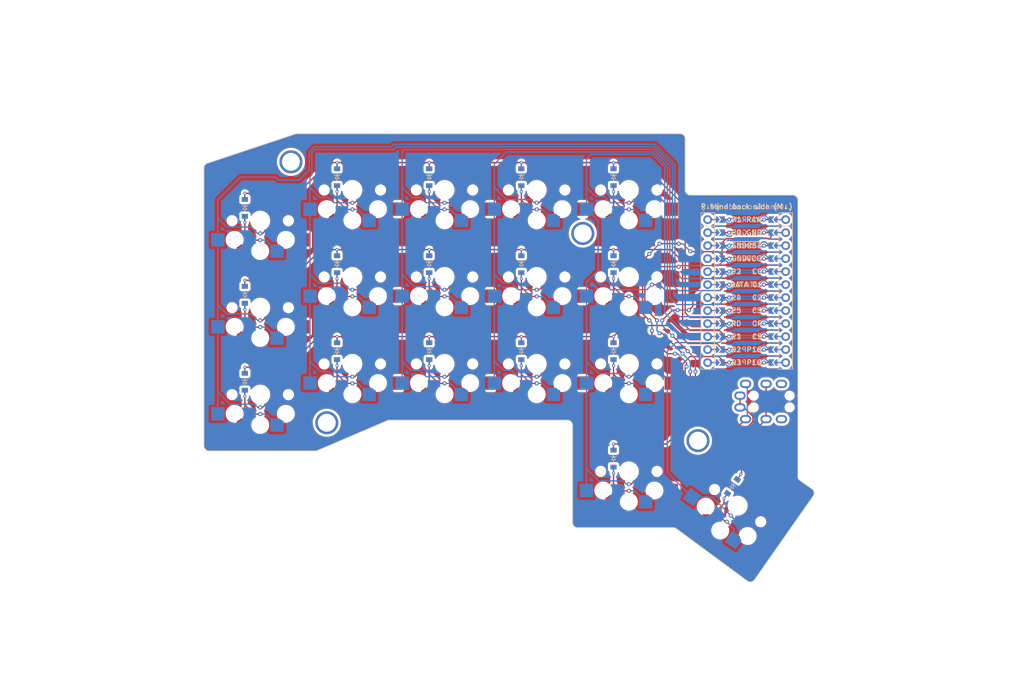
<source format=kicad_pcb>
(kicad_pcb (version 20241229) (generator "pcbnew") (generator_version "9.0")
  (title_block (title "dofeKeyboard_main") (rev "v1.0.0") (company "Unknown"))
  (layers (0 "F.Cu" signal) (2 "B.Cu" signal) (13 "F.Paste" user) (15 "B.Paste" user) (5 "F.SilkS" user "F.Silkscreen") (7 "B.SilkS" user "B.Silkscreen") (1 "F.Mask" user) (3 "B.Mask" user) (25 "Edge.Cuts" user))
  (net 0 "")
  (net 1 "pinky_bottom")
  (net 2 "C0")
  (net 3 "pinky_home")
  (net 4 "pinky_top")
  (net 5 "ring_bottom")
  (net 6 "C1")
  (net 7 "ring_home")
  (net 8 "ring_top")
  (net 9 "middle_bottom")
  (net 10 "C2")
  (net 11 "middle_home")
  (net 12 "middle_top")
  (net 13 "index_bottom")
  (net 14 "C3")
  (net 15 "index_home")
  (net 16 "index_top")
  (net 17 "inner_bottom")
  (net 18 "C4")
  (net 19 "inner_home")
  (net 20 "inner_top")
  (net 21 "left_cluster")
  (net 22 "right_cluster")
  (net 23 "C5")
  (net 24 "R2")
  (net 25 "R1")
  (net 26 "R0")
  (net 27 "R3")
  (net 28 "VCC")
  (net 29 "DATA")
  (net 30 "GND")
  (net 31 "RAW")
  (net 32 "RST")
  (net 33 "P16")
  (net 34 "P10")
  (net 35 "P1")
  (net 36 "P0")
  (net 37 "P2")
  (net 38 "P4")
  (net 39 "P5")
  (net 40 "MCU1_24")
  (net 41 "MCU1_1")
  (net 42 "MCU1_23")
  (net 43 "MCU1_2")
  (net 44 "MCU1_22")
  (net 45 "MCU1_3")
  (net 46 "MCU1_21")
  (net 47 "MCU1_4")
  (net 48 "MCU1_20")
  (net 49 "MCU1_5")
  (net 50 "MCU1_19")
  (net 51 "MCU1_6")
  (net 52 "MCU1_18")
  (net 53 "MCU1_7")
  (net 54 "MCU1_17")
  (net 55 "MCU1_8")
  (net 56 "MCU1_16")
  (net 57 "MCU1_9")
  (net 58 "MCU1_15")
  (net 59 "MCU1_10")
  (net 60 "MCU1_14")
  (net 61 "MCU1_11")
  (net 62 "MCU1_13")
  (net 63 "MCU1_12")
  (footprint "TRRS-PJ-320A-dual" (layer "F.Cu") (at 268.425 151.925 -90)
    (property "Reference" "TRRS1")
    (property "Value" "TRRS-PJ-320A-dual")
  )
  (footprint "PG1350" (layer "F.Cu") (at 256.672768 171.124396 145)
    (property "Reference" "S17" (hide yes))
    (property "Value" "" (hide yes))
  )
  (footprint "PG1350" (layer "F.Cu") (at 235.425 143.425 180)
    (property "Reference" "S13" (hide yes))
    (property "Value" "" (hide yes))
  )
  (footprint "ceoloide:diode_tht_sod123" (layer "F.Cu") (at 178.425 106.925 -90)
    (property "Reference" "D6" (hide yes))
    (property "Value" "")
  )
  (footprint "PG1350" (layer "F.Cu") (at 163.425 115.425 180)
    (property "Reference" "S3" (hide yes))
    (property "Value" "" (hide yes))
  )
  (footprint "ceoloide:diode_tht_sod123" (layer "F.Cu") (at 196.425 123.925 -90)
    (property "Reference" "D8" (hide yes))
    (property "Value" "")
  )
  (footprint "ceoloide:mounting_hole_plated" (layer "F.Cu") (at 176.425 154.925)
    (property "Reference" "H2" (hide yes))
    (property "Value" "")
  )
  (footprint "ceoloide:diode_tht_sod123" (layer "F.Cu") (at 160.425 146.925 -90)
    (property "Reference" "D1" (hide yes))
    (property "Value" "")
  )
  (footprint "PG1350" (layer "F.Cu") (at 235.425 109.425 180)
    (property "Reference" "S15" (hide yes))
    (property "Value" "" (hide yes))
  )
  (footprint "ceoloide:diode_tht_sod123" (layer "F.Cu") (at 214.425 106.925 -90)
    (property "Reference" "D12" (hide yes))
    (property "Value" "")
  )
  (footprint "PG1350" (layer "F.Cu") (at 199.425 143.425 180)
    (property "Reference" "S7" (hide yes))
    (property "Value" "" (hide yes))
  )
  (footprint "ceoloide:mounting_hole_plated" (layer "F.Cu") (at 226.425 117.925)
    (property "Reference" "H4" (hide yes))
    (property "Value" "")
  )
  (footprint "PG1350" (layer "F.Cu") (at 235.425 164.425 180)
    (property "Reference" "S16" (hide yes))
    (property "Value" "" (hide yes))
  )
  (footprint "PG1350" (layer "F.Cu") (at 181.425 126.425 180)
    (property "Reference" "S5" (hide yes))
    (property "Value" "" (hide yes))
  )
  (footprint "ceoloide:mounting_hole_plated" (layer "F.Cu") (at 248.925 158.425)
    (property "Reference" "H3" (hide yes))
    (property "Value" "")
  )
  (footprint "ceoloide:mounting_hole_plated" (layer "F.Cu") (at 169.425 103.925)
    (property "Reference" "H1" (hide yes))
    (property "Value" "")
  )
  (footprint "ceoloide:diode_tht_sod123" (layer "F.Cu") (at 214.425 123.925 -90)
    (property "Reference" "D11" (hide yes))
    (property "Value" "")
  )
  (footprint "PG1350" (layer "F.Cu") (at 181.425 143.425 180)
    (property "Reference" "S4" (hide yes))
    (property "Value" "" (hide yes))
  )
  (footprint "ceoloide:diode_tht_sod123" (layer "F.Cu") (at 196.425 140.925 -90)
    (property "Reference" "D7" (hide yes))
    (property "Value" "")
  )
  (footprint "ceoloide:diode_tht_sod123" (layer "F.Cu") (at 160.425 112.925 -90)
    (property "Reference" "D3" (hide yes))
    (property "Value" "")
  )
  (footprint "ceoloide:diode_tht_sod123" (layer "F.Cu") (at 160.425 129.925 -90)
    (property "Reference" "D2" (hide yes))
    (property "Value" "")
  )
  (footprint "ceoloide:mcu_supermini_nrf52840" (layer "F.Cu") (at 258.425 127.925)
    (property "Reference" "MCU1" (hide yes))
    (property "Value" "")
  )
  (footprint "ceoloide:diode_tht_sod123" (layer "F.Cu") (at 232.425 140.925 -90)
    (property "Reference" "D13" (hide yes))
    (property "Value" "")
  )
  (footprint "ceoloide:diode_tht_sod123" (layer "F.Cu") (at 178.425 140.925 -90)
    (property "Reference" "D4" (hide yes))
    (property "Value" "")
  )
  (footprint "PG1350" (layer "F.Cu") (at 217.425 126.425 180)
    (property "Reference" "S11" (hide yes))
    (property "Value" "" (hide yes))
  )
  (footprint "PG1350" (layer "F.Cu") (at 199.425 126.425 180)
    (property "Reference" "S8" (hide yes))
    (property "Value" "" (hide yes))
  )
  (footprint "ceoloide:diode_tht_sod123" (layer "F.Cu") (at 232.425 106.925 -90)
    (property "Reference" "D15" (hide yes))
    (property "Value" "")
  )
  (footprint "ceoloide:diode_tht_sod123" (layer "F.Cu") (at 178.425 123.925 -90)
    (property "Reference" "D5" (hide yes))
    (property "Value" "")
  )
  (footprint "ceoloide:diode_tht_sod123" (layer "F.Cu") (at 214.425 140.925 -90)
    (property "Reference" "D10" (hide yes))
    (property "Value" "")
  )
  (footprint "PG1350" (layer "F.Cu") (at 199.425 109.425 180)
    (property "Reference" "S9" (hide yes))
    (property "Value" "" (hide yes))
  )
  (footprint "ceoloide:diode_tht_sod123" (layer "F.Cu") (at 255.649253 167.355786 -125)
    (property "Reference" "D17" (hide yes))
    (property "Value" "")
  )
  (footprint "ceoloide:diode_tht_sod123" (layer "F.Cu") (at 196.425 106.925 -90)
    (property "Reference" "D9" (hide yes))
    (property "Value" "")
  )
  (footprint "PG1350" (layer "F.Cu") (at 217.425 143.425 180)
    (property "Reference" "S10" (hide yes))
    (property "Value" "" (hide yes))
  )
  (footprint "PG1350" (layer "F.Cu") (at 235.425 126.425 180)
    (property "Reference" "S14" (hide yes))
    (property "Value" "" (hide yes))
  )
  (footprint "PG1350" (layer "F.Cu") (at 163.425 149.425 180)
    (property "Reference" "S1" (hide yes))
    (property "Value" "" (hide yes))
  )
  (footprint "ceoloide:diode_tht_sod123" (layer "F.Cu") (at 232.425 123.925 -90)
    (property "Reference" "D14" (hide yes))
    (property "Value" "")
  )
  (footprint "PG1350" (layer "F.Cu") (at 217.425 109.425 180)
    (property "Reference" "S12" (hide yes))
    (property "Value" "" (hide yes))
  )
  (footprint "PG1350" (layer "F.Cu") (at 163.425 132.425 180)
    (property "Reference" "S2" (hide yes))
    (property "Value" "" (hide yes))
  )
  (footprint "PG1350" (layer "F.Cu") (at 181.425 109.425 180)
    (property "Reference" "S6" (hide yes))
    (property "Value" "" (hide yes))
  )
  (footprint "ceoloide:diode_tht_sod123" (layer "F.Cu") (at 232.425 161.925 -90)
    (property "Reference" "D16" (hide yes))
    (property "Value" "")
  )
  (gr_arc (start 170.27105 98.476317) (mid 170.427096 98.437913) (end 170.587278 98.425) (stroke (width 0.15)) (layer "Edge.Cuts"))
  (gr_line (start 267.425 110.425) (end 247.425 110.425) (stroke (width 0.15)) (layer "Edge.Cuts"))
  (gr_arc (start 245.425 98.425) (mid 246.132107 98.717893) (end 246.425 99.425) (stroke (width 0.15)) (layer "Edge.Cuts"))
  (gr_arc (start 259.961813 185.605066) (mid 259.304309 186.018338) (end 258.549314 185.836435) (stroke (width 0.15)) (layer "Edge.Cuts"))
  (gr_line (start 153.108772 104.197076) (end 170.27105 98.476317) (stroke (width 0.15)) (layer "Edge.Cuts"))
  (gr_arc (start 223.425 154.425) (mid 224.132107 154.717893) (end 224.425 155.425) (stroke (width 0.15)) (layer "Edge.Cuts"))
  (gr_line (start 224.425 174.425) (end 224.425 155.425) (stroke (width 0.15)) (layer "Edge.Cuts"))
  (gr_line (start 188.236338 154.505855) (end 174.613662 160.344145) (stroke (width 0.15)) (layer "Edge.Cuts"))
  (gr_arc (start 225.425 175.425) (mid 224.717893 175.132107) (end 224.425 174.425) (stroke (width 0.15)) (layer "Edge.Cuts"))
  (gr_line (start 271.419205 169.242216) (end 259.961814 185.605066) (stroke (width 0.15)) (layer "Edge.Cuts"))
  (gr_line (start 170.587278 98.425) (end 245.425 98.425) (stroke (width 0.15)) (layer "Edge.Cuts"))
  (gr_line (start 258.549314 185.836435) (end 244.689614 175.620054) (stroke (width 0.15)) (layer "Edge.Cuts"))
  (gr_line (start 244.096265 175.425) (end 225.425 175.425) (stroke (width 0.15)) (layer "Edge.Cuts"))
  (gr_arc (start 247.425 110.425) (mid 246.717893 110.132107) (end 246.425 109.425) (stroke (width 0.15)) (layer "Edge.Cuts"))
  (gr_line (start 152.425 159.425) (end 152.425 105.145759) (stroke (width 0.15)) (layer "Edge.Cuts"))
  (gr_line (start 268.425 165.404309) (end 268.425 111.425) (stroke (width 0.15)) (layer "Edge.Cuts"))
  (gr_line (start 246.425 99.425) (end 246.425 109.425) (stroke (width 0.15)) (layer "Edge.Cuts"))
  (gr_arc (start 174.613661 160.344145) (mid 174.420808 160.404578) (end 174.219742 160.425) (stroke (width 0.15)) (layer "Edge.Cuts"))
  (gr_line (start 174.219742 160.425) (end 153.425 160.425) (stroke (width 0.15)) (layer "Edge.Cuts"))
  (gr_arc (start 271.17363 167.849487) (mid 271.584861 168.494991) (end 271.419205 169.242216) (stroke (width 0.15)) (layer "Edge.Cuts"))
  (gr_arc (start 268.851424 166.223461) (mid 268.537989 165.866058) (end 268.425 165.404309) (stroke (width 0.15)) (layer "Edge.Cuts"))
  (gr_arc (start 152.425 105.145759) (mid 152.613758 104.561049) (end 153.108772 104.197076) (stroke (width 0.15)) (layer "Edge.Cuts"))
  (gr_arc (start 153.425 160.425) (mid 152.717893 160.132107) (end 152.425 159.425) (stroke (width 0.15)) (layer "Edge.Cuts"))
  (gr_arc (start 267.425 110.425) (mid 268.132107 110.717893) (end 268.425 111.425) (stroke (width 0.15)) (layer "Edge.Cuts"))
  (gr_arc (start 244.096265 175.424999) (mid 244.408559 175.475013) (end 244.689614 175.620054) (stroke (width 0.15)) (layer "Edge.Cuts"))
  (gr_arc (start 188.236339 154.505855) (mid 188.429192 154.445422) (end 188.630258 154.425) (stroke (width 0.15)) (layer "Edge.Cuts"))
  (gr_line (start 268.851424 166.223461) (end 271.173629 167.849487) (stroke (width 0.15)) (layer "Edge.Cuts"))
  (gr_line (start 223.425 154.425) (end 188.630258 154.425) (stroke (width 0.15)) (layer "Edge.Cuts"))
  (segment (start 160.425 155.1) (end 160.425 151.425) (width 0.25) (layer "F.Cu") (net 1))
  (segment (start 160.425 151.425) (end 160.425 149.775) (width 0.25) (layer "F.Cu") (net 1))
  (segment (start 163.425 153.225) (end 162.225 153.225) (width 0.25) (layer "F.Cu") (net 1))
  (segment (start 160.15 155.375) (end 160.425 155.1) (width 0.25) (layer "F.Cu") (net 1))
  (segment (start 160.425 148.575) (end 160.425 149.775) (width 0.25) (layer "F.Cu") (net 1))
  (segment (start 162.225 153.225) (end 160.425 151.425) (width 0.25) (layer "F.Cu") (net 1))
  (via (at 160.425 149.775) (size 0.6) (drill 0.3) (layers "F.Cu" "B.Cu") (net 1))
  (via (at 163.425 153.225) (size 0.8) (drill 0.4) (layers "F.Cu" "B.Cu") (net 1))
  (segment (start 166.7 155.375) (end 164.55 153.225) (width 0.25) (layer "B.Cu") (net 1))
  (segment (start 160.425 149.775) (end 160.425 148.575) (width 0.25) (layer "B.Cu") (net 1))
  (segment (start 164.55 153.225) (end 163.425 153.225) (width 0.25) (layer "B.Cu") (net 1))
  (segment (start 164.507413 117.299) (end 163.881413 117.925) (width 0.25) (layer "F.Cu") (net 2))
  (segment (start 169.824 134.299) (end 164.507413 134.299) (width 0.25) (layer "F.Cu") (net 2))
  (segment (start 263.2 125.385) (end 261.825 125.385) (width 0.25) (layer "F.Cu") (net 2))
  (segment (start 163.881413 151.925) (end 163.425 151.925) (width 0.25) (layer "F.Cu") (net 2))
  (segment (start 169.824 151.299) (end 164.507413 151.299) (width 0.25) (layer "F.Cu") (net 2))
  (segment (start 169.824 117.299) (end 164.507413 117.299) (width 0.25) (layer "F.Cu") (net 2))
  (segment (start 163.881413 117.925) (end 163.425 117.925) (width 0.25) (layer "F.Cu") (net 2))
  (segment (start 163.881413 134.925) (end 163.425 134.925) (width 0.25) (layer "F.Cu") (net 2))
  (segment (start 171.7 119.175) (end 169.824 117.299) (width 0.25) (layer "F.Cu") (net 2))
  (segment (start 171.7 136.175) (end 169.824 134.299) (width 0.25) (layer "F.Cu") (net 2))
  (segment (start 164.507413 134.299) (end 163.881413 134.925) (width 0.25) (layer "F.Cu") (net 2))
  (segment (start 171.7 153.175) (end 169.824 151.299) (width 0.25) (layer "F.Cu") (net 2))
  (segment (start 164.507413 151.299) (end 163.881413 151.925) (width 0.25) (layer "F.Cu") (net 2))
  (via (at 163.425 117.925) (size 0.8) (drill 0.4) (layers "F.Cu" "B.Cu") (net 2))
  (via (at 163.425 134.925) (size 0.8) (drill 0.4) (layers "F.Cu" "B.Cu") (net 2))
  (via (at 163.425 151.925) (size 0.8) (drill 0.4) (layers "F.Cu" "B.Cu") (net 2))
  (segment (start 163.425 117.925) (end 162.925 117.925) (width 0.25) (layer "B.Cu") (net 2))
  (segment (start 255.325305 126.11) (end 255.820305 125.615) (width 0.25) (layer "B.Cu") (net 2))
  (segment (start 163.425 134.925) (end 162.925 134.925) (width 0.25) (layer "B.Cu") (net 2))
  (segment (start 253.101 126.749) (end 253.65 126.2) (width 0.25) (layer "B.Cu") (net 2))
  (segment (start 155.15 111.335618) (end 159.560618 106.925) (width 0.25) (layer "B.Cu") (net 2))
  (segment (start 162.299 151.299) (end 157.524 151.299) (width 0.25) (layer "B.Cu") (net 2))
  (segment (start 162.925 134.925) (end 161.6519 133.6519) (width 0.25) (layer "B.Cu") (net 2))
  (segment (start 155.15 131.925) (end 155.15 119.175) (width 0.25) (layer "B.Cu") (net 2))
  (segment (start 161.6519 133.6519) (end 156.8769 133.6519) (width 0.25) (layer "B.Cu") (net 2))
  (segment (start 157.524 151.299) (end 155.15 148.925) (width 0.25) (layer "B.Cu") (net 2))
  (segment (start 253.999695 125.385) (end 254.724695 126.11) (width 0.25) (layer "B.Cu") (net 2))
  (segment (start 173 102) (end 174 101) (width 0.25) (layer "B.Cu") (net 2))
  (segment (start 167 107.5) (end 171 107.5) (width 0.25) (layer "B.Cu") (net 2))
  (segment (start 159.560618 106.925) (end 166.425 106.925) (width 0.25) (layer "B.Cu") (net 2))
  (segment (start 253.65 126.2) (end 253.65 125.385) (width 0.25) (layer "B.Cu") (net 2))
  (segment (start 163.425 151.925) (end 162.925 151.925) (width 0.25) (layer "B.Cu") (net 2))
  (segment (start 162.925 117.925) (end 161.6519 116.6519) (width 0.25) (layer "B.Cu") (net 2))
  (segment (start 155.15 114.925) (end 155.15 111.335618) (width 0.25) (layer "B.Cu") (net 2))
  (segment (start 162.925 151.925) (end 162.299 151.299) (width 0.25) (layer "B.Cu") (net 2))
  (segment (start 189 101) (end 189.5 100.5) (width 0.25) (layer "B.Cu") (net 2))
  (segment (start 244.425 104.37376) (end 244.425 125.425) (width 0.25) (layer "B.Cu") (net 2))
  (segment (start 189.5 100.5) (end 240.55124 100.5) (width 0.25) (layer "B.Cu") (net 2))
  (segment (start 244.425 125.425) (end 245.749 126.749) (width 0.25) (layer "B.Cu") (net 2))
  (segment (start 254.724695 126.11) (end 255.325305 126.11) (width 0.25) (layer "B.Cu") (net 2))
  (segment (start 155.15 148.925) (end 155.15 136.175) (width 0.25) (layer "B.Cu") (net 2))
  (segment (start 156.8769 116.6519) (end 155.15 114.925) (width 0.25) (layer "B.Cu") (net 2))
  (segment (start 166.425 106.925) (end 167 107.5) (width 0.25) (layer "B.Cu") (net 2))
  (segment (start 155.15 136.175) (end 155.15 131.925) (width 0.25) (layer "B.Cu") (net 2))
  (segment (start 245.749 126.749) (end 253.101 126.749) (width 0.25) (layer "B.Cu") (net 2))
  (segment (start 155.15 119.175) (end 155.15 114.925) (width 0.25) (layer "B.Cu") (net 2))
  (segment (start 156.8769 133.6519) (end 155.15 131.925) (width 0.25) (layer "B.Cu") (net 2))
  (segment (start 174 101) (end 189 101) (width 0.25) (layer "B.Cu") (net 2))
  (segment (start 240.55124 100.5) (end 244.425 104.37376) (width 0.25) (layer "B.Cu") (net 2))
  (segment (start 255.820305 125.615) (end 261.595 125.615) (width 0.25) (layer "B.Cu") (net 2))
  (segment (start 161.6519 116.6519) (end 156.8769 116.6519) (width 0.25) (layer "B.Cu") (net 2))
  (segment (start 173 105.5) (end 173 102) (width 0.25) (layer "B.Cu") (net 2))
  (segment (start 171 107.5) (end 173 105.5) (width 0.25) (layer "B.Cu") (net 2))
  (segment (start 155.15 153.175) (end 155.15 148.925) (width 0.25) (layer "B.Cu") (net 2))
  (segment (start 253.65 125.385) (end 253.999695 125.385) (width 0.25) (layer "B.Cu") (net 2))
  (segment (start 160.15 138.375) (end 160.425 138.1) (width 0.25) (layer "F.Cu") (net 3))
  (segment (start 160.425 134.425) (end 160.425 132.775) (width 0.25) (layer "F.Cu") (net 3))
  (segment (start 160.425 131.575) (end 160.425 132.775) (width 0.25) (layer "F.Cu") (net 3))
  (segment (start 160.425 138.1) (end 160.425 134.425) (width 0.25) (layer "F.Cu") (net 3))
  (segment (start 162.225 136.225) (end 160.425 134.425) (width 0.25) (layer "F.Cu") (net 3))
  (segment (start 163.425 136.225) (end 162.225 136.225) (width 0.25) (layer "F.Cu") (net 3))
  (via (at 163.425 136.225) (size 0.8) (drill 0.4) (layers "F.Cu" "B.Cu") (net 3))
  (via (at 160.425 132.775) (size 0.6) (drill 0.3) (layers "F.Cu" "B.Cu") (net 3))
  (segment (start 166.7 138.375) (end 164.55 136.225) (width 0.25) (layer "B.Cu") (net 3))
  (segment (start 164.55 136.225) (end 163.425 136.225) (width 0.25) (layer "B.Cu") (net 3))
  (segment (start 160.425 132.775) (end 160.425 131.575) (width 0.25) (layer "B.Cu") (net 3))
  (segment (start 160.425 121.1) (end 160.425 117.425) (width 0.25) (layer "F.Cu") (net 4))
  (segment (start 160.425 117.425) (end 160.425 115.775) (width 0.25) (layer "F.Cu") (net 4))
  (segment (start 163.425 119.225) (end 162.225 119.225) (width 0.25) (layer "F.Cu") (net 4))
  (segment (start 160.425 114.575) (end 160.425 115.775) (width 0.25) (layer "F.Cu") (net 4))
  (segment (start 162.225 119.225) (end 160.425 117.425) (width 0.25) (layer "F.Cu") (net 4))
  (segment (start 160.15 121.375) (end 160.425 121.1) (width 0.25) (layer "F.Cu") (net 4))
  (via (at 163.425 119.225) (size 0.8) (drill 0.4) (layers "F.Cu" "B.Cu") (net 4))
  (via (at 160.425 115.775) (size 0.6) (drill 0.3) (layers "F.Cu" "B.Cu") (net 4))
  (segment (start 166.7 121.375) (end 164.55 119.225) (width 0.25) (layer "B.Cu") (net 4))
  (segment (start 160.425 115.775) (end 160.425 114.575) (width 0.25) (layer "B.Cu") (net 4))
  (segment (start 164.55 119.225) (end 163.425 119.225) (width 0.25) (layer "B.Cu") (net 4))
  (segment (start 178.425 142.575) (end 178.425 143.775) (width 0.25) (layer "F.Cu") (net 5))
  (segment (start 178.425 145.425) (end 178.425 143.775) (width 0.25) (layer "F.Cu") (net 5))
  (segment (start 181.425 147.225) (end 180.225 147.225) (width 0.25) (layer "F.Cu") (net 5))
  (segment (start 180.225 147.225) (end 178.425 145.425) (width 0.25) (layer "F.Cu") (net 5))
  (segment (start 178.15 149.375) (end 178.425 149.1) (width 0.25) (layer "F.Cu") (net 5))
  (segment (start 178.425 149.1) (end 178.425 145.425) (width 0.25) (layer "F.Cu") (net 5))
  (via (at 181.425 147.225) (size 0.8) (drill 0.4) (layers "F.Cu" "B.Cu") (net 5))
  (via (at 178.425 143.775) (size 0.6) (drill 0.3) (layers "F.Cu" "B.Cu") (net 5))
  (segment (start 178.425 143.775) (end 178.425 142.575) (width 0.25) (layer "B.Cu") (net 5))
  (segment (start 184.7 149.375) (end 182.55 147.225) (width 0.25) (layer "B.Cu") (net 5))
  (segment (start 182.55 147.225) (end 181.425 147.225) (width 0.25) (layer "B.Cu") (net 5))
  (segment (start 185.021935 128.925) (end 181.425 128.925) (width 0.25) (layer "F.Cu") (net 6))
  (segment (start 189.7 113.175) (end 187.824 111.299) (width 0.25) (layer "F.Cu") (net 6))
  (segment (start 182.507413 145.299) (end 181.881413 145.925) (width 0.25) (layer "F.Cu") (net 6))
  (segment (start 187.824 111.299) (end 182.507413 111.299) (width 0.25) (layer "F.Cu") (net 6))
  (segment (start 263.2 127.925) (end 261.825 127.925) (width 0.25) (layer "F.Cu") (net 6))
  (segment (start 181.881413 145.925) (end 181.425 145.925) (width 0.25) (layer "F.Cu") (net 6))
  (segment (start 185.647935 128.299) (end 185.021935 128.925) (width 0.25) (layer "F.Cu") (net 6))
  (segment (start 187.824 145.299) (end 182.507413 145.299) (width 0.25) (layer "F.Cu") (net 6))
  (segment (start 189.7 147.175) (end 187.824 145.299) (width 0.25) (layer "F.Cu") (net 6))
  (segment (start 182.507413 111.299) (end 181.881413 111.925) (width 0.25) (layer "F.Cu") (net 6))
  (segment (start 187.824 128.299) (end 185.647935 128.299) (width 0.25) (layer "F.Cu") (net 6))
  (segment (start 181.881413 111.925) (end 181.425 111.925) (width 0.25) (layer "F.Cu") (net 6))
  (segment (start 189.7 130.175) (end 187.824 128.299) (width 0.25) (layer "F.Cu") (net 6))
  (via (at 181.425 111.925) (size 0.8) (drill 0.4) (layers "F.Cu" "B.Cu") (net 6))
  (via (at 181.425 128.925) (size 0.8) (drill 0.4) (layers "F.Cu" "B.Cu") (net 6))
  (via (at 181.425 145.925) (size 0.8) (drill 0.4) (layers "F.Cu" "B.Cu") (net 6))
  (segment (start 175.15 144.925) (end 173.15 142.925) (width 0.25) (layer "B.Cu") (net 6))
  (segment (start 243.925 127.925) (end 245.101 129.101) (width 0.25) (layer "B.Cu") (net 6))
  (segment (start 173.5 106.48781) (end 173.5 102.13781) (width 0.25) (layer "B.Cu") (net 6))
  (segment (start 177.828065 145.925) (end 176.828065 144.925) (width 0.25) (layer "B.Cu") (net 6))
  (segment (start 240.41343 101) (end 243.925 104.51157) (width 0.25) (layer "B.Cu") (net 6))
  (segment (start 173.15 106.83781) (end 173.5 106.48781) (width 0.25) (layer "B.Cu") (net 6))
  (segment (start 176.828065 144.925) (end 175.15 144.925) (width 0.25) (layer "B.Cu") (net 6))
  (segment (start 254.724695 128.65) (end 255.325305 128.65) (width 0.25) (layer "B.Cu") (net 6))
  (segment (start 177.828065 111.925) (end 176.828065 110.925) (width 0.25) (layer "B.Cu") (net 6))
  (segment (start 174.13781 101.5) (end 189.5 101.5) (width 0.25) (layer "B.Cu") (net 6))
  (segment (start 255.325305 128.65) (end 255.820305 128.155) (width 0.25) (layer "B.Cu") (net 6))
  (segment (start 253.249 129.101) (end 253.65 128.7) (width 0.25) (layer "B.Cu") (net 6))
  (segment (start 190 101) (end 240.41343 101) (width 0.25) (layer "B.Cu") (net 6))
  (segment (start 253.65 127.925) (end 253.999695 127.925) (width 0.25) (layer "B.Cu") (net 6))
  (segment (start 176.828065 110.925) (end 175.15 110.925) (width 0.25) (layer "B.Cu") (net 6))
  (segment (start 253.999695 127.925) (end 254.724695 128.65) (width 0.25) (layer "B.Cu") (net 6))
  (segment (start 173.15 130.175) (end 173.15 142.925) (width 0.25) (layer "B.Cu") (net 6))
  (segment (start 173.15 108.925) (end 173.15 106.83781) (width 0.25) (layer "B.Cu") (net 6))
  (segment (start 181.425 111.925) (end 177.828065 111.925) (width 0.25) (layer "B.Cu") (net 6))
  (segment (start 174.8769 127.6519) (end 173.15 125.925) (width 0.25) (layer "B.Cu") (net 6))
  (segment (start 243.925 104.51157) (end 243.925 127.925) (width 0.25) (layer "B.Cu") (net 6))
  (segment (start 181.425 128.925) (end 180.925 128.925) (width 0.25) (layer "B.Cu") (net 6))
  (segment (start 175.15 110.925) (end 173.15 108.925) (width 0.25) (layer "B.Cu") (net 6))
  (segment (start 173.5 102.13781) (end 174.13781 101.5) (width 0.25) (layer "B.Cu") (net 6))
  (segment (start 173.15 113.175) (end 173.15 125.925) (width 0.25) (layer "B.Cu") (net 6))
  (segment (start 245.101 129.101) (end 253.249 129.101) (width 0.25) (layer "B.Cu") (net 6))
  (segment (start 173.15 142.925) (end 173.15 147.175) (width 0.25) (layer "B.Cu") (net 6))
  (segment (start 179.6519 127.6519) (end 174.8769 127.6519) (width 0.25) (layer "B.Cu") (net 6))
  (segment (start 181.425 145.925) (end 177.828065 145.925) (width 0.25) (layer "B.Cu") (net 6))
  (segment (start 173.15 113.175) (end 173.15 108.925) (width 0.25) (layer "B.Cu") (net 6))
  (segment (start 180.925 128.925) (end 179.6519 127.6519) (width 0.25) (layer "B.Cu") (net 6))
  (segment (start 173.15 125.925) (end 173.15 130.175) (width 0.25) (layer "B.Cu") (net 6))
  (segment (start 253.65 128.7) (end 253.65 127.925) (width 0.25) (layer "B.Cu") (net 6))
  (segment (start 255.820305 128.155) (end 261.595 128.155) (width 0.25) (layer "B.Cu") (net 6))
  (segment (start 189.5 101.5) (end 190 101) (width 0.25) (layer "B.Cu") (net 6))
  (segment (start 178.425 128.425) (end 178.425 126.775) (width 0.25) (layer "F.Cu") (net 7))
  (segment (start 180.225 130.225) (end 178.425 128.425) (width 0.25) (layer "F.Cu") (net 7))
  (segment (start 178.425 132.1) (end 178.425 128.425) (width 0.25) (layer "F.Cu") (net 7))
  (segment (start 178.15 132.375) (end 178.425 132.1) (width 0.25) (layer "F.Cu") (net 7))
  (segment (start 178.425 125.575) (end 178.425 126.775) (width 0.25) (layer "F.Cu") (net 7))
  (segment (start 181.425 130.225) (end 180.225 130.225) (width 0.25) (layer "F.Cu") (net 7))
  (via (at 178.425 126.775) (size 0.6) (drill 0.3) (layers "F.Cu" "B.Cu") (net 7))
  (via (at 181.425 130.225) (size 0.8) (drill 0.4) (layers "F.Cu" "B.Cu") (net 7))
  (segment (start 184.7 132.375) (end 182.55 130.225) (width 0.25) (layer "B.Cu") (net 7))
  (segment (start 178.425 126.775) (end 178.425 125.575) (width 0.25) (layer "B.Cu") (net 7))
  (segment (start 182.55 130.225) (end 181.425 130.225) (width 0.25) (layer "B.Cu") (net 7))
  (segment (start 178.425 111.425) (end 178.425 109.775) (width 0.25) (layer "F.Cu") (net 8))
  (segment (start 180.225 113.225) (end 178.425 111.425) (width 0.25) (layer "F.Cu") (net 8))
  (segment (start 178.425 115.1) (end 178.425 111.425) (width 0.25) (layer "F.Cu") (net 8))
  (segment (start 181.425 113.225) (end 180.225 113.225) (width 0.25) (layer "F.Cu") (net 8))
  (segment (start 178.425 108.575) (end 178.425 109.775) (width 0.25) (layer "F.Cu") (net 8))
  (segment (start 178.15 115.375) (end 178.425 115.1) (width 0.25) (layer "F.Cu") (net 8))
  (via (at 181.425 113.225) (size 0.8) (drill 0.4) (layers "F.Cu" "B.Cu") (net 8))
  (via (at 178.425 109.775) (size 0.6) (drill 0.3) (layers "F.Cu" "B.Cu") (net 8))
  (segment (start 184.7 115.375) (end 182.55 113.225) (width 0.25) (layer "B.Cu") (net 8))
  (segment (start 182.55 113.225) (end 181.425 113.225) (width 0.25) (layer "B.Cu") (net 8))
  (segment (start 178.425 109.775) (end 178.425 108.575) (width 0.25) (layer "B.Cu") (net 8))
  (segment (start 199.425 147.225) (end 198.225 147.225) (width 0.25) (layer "F.Cu") (net 9))
  (segment (start 198.225 147.225) (end 196.425 145.425) (width 0.25) (layer "F.Cu") (net 9))
  (segment (start 196.425 149.1) (end 196.425 145.425) (width 0.25) (layer "F.Cu") (net 9))
  (segment (start 196.15 149.375) (end 196.425 149.1) (width 0.25) (layer "F.Cu") (net 9))
  (segment (start 196.425 142.575) (end 196.425 143.775) (width 0.25) (layer "F.Cu") (net 9))
  (segment (start 196.425 145.425) (end 196.425 143.775) (width 0.25) (layer "F.Cu") (net 9))
  (via (at 199.425 147.225) (size 0.8) (drill 0.4) (layers "F.Cu" "B.Cu") (net 9))
  (via (at 196.425 143.775) (size 0.6) (drill 0.3) (layers "F.Cu" "B.Cu") (net 9))
  (segment (start 200.55 147.225) (end 199.425 147.225) (width 0.25) (layer "B.Cu") (net 9))
  (segment (start 202.7 149.375) (end 200.55 147.225) (width 0.25) (layer "B.Cu") (net 9))
  (segment (start 196.425 143.775) (end 196.425 142.575) (width 0.25) (layer "B.Cu") (net 9))
  (segment (start 205.824 128.299) (end 200.507413 128.299) (width 0.25) (layer "F.Cu") (net 10))
  (segment (start 203.021935 111.925) (end 199.425 111.925) (width 0.25) (layer "F.Cu") (net 10))
  (segment (start 200.507413 145.299) (end 199.881413 145.925) (width 0.25) (layer "F.Cu") (net 10))
  (segment (start 199.881413 145.925) (end 199.425 145.925) (width 0.25) (layer "F.Cu") (net 10))
  (segment (start 263.2 130.465) (end 261.825 130.465) (width 0.25) (layer "F.Cu") (net 10))
  (segment (start 207.7 130.175) (end 205.824 128.299) (width 0.25) (layer "F.Cu") (net 10))
  (segment (start 205.824 111.299) (end 203.647935 111.299) (width 0.25) (layer "F.Cu") (net 10))
  (segment (start 207.7 147.175) (end 205.824 145.299) (width 0.25) (layer "F.Cu") (net 10))
  (segment (start 200.507413 128.299) (end 199.881413 128.925) (width 0.25) (layer "F.Cu") (net 10))
  (segment (start 207.7 113.175) (end 205.824 111.299) (width 0.25) (layer "F.Cu") (net 10))
  (segment (start 199.881413 128.925) (end 199.425 128.925) (width 0.25) (layer "F.Cu") (net 10))
  (segment (start 205.824 145.299) (end 200.507413 145.299) (width 0.25) (layer "F.Cu") (net 10))
  (segment (start 203.647935 111.299) (end 203.021935 111.925) (width 0.25) (layer "F.Cu") (net 10))
  (via (at 199.425 128.925) (size 0.8) (drill 0.4) (layers "F.Cu" "B.Cu") (net 10))
  (via (at 199.425 111.925) (size 0.8) (drill 0.4) (layers "F.Cu" "B.Cu") (net 10))
  (via (at 199.425 145.925) (size 0.8) (drill 0.4) (layers "F.Cu" "B.Cu") (net 10))
  (segment (start 253.65 130.465) (end 253.999695 130.465) (width 0.25) (layer "B.Cu") (net 10))
  (segment (start 191.15 147.175) (end 191.15 142.925) (width 0.25) (layer "B.Cu") (net 10))
  (segment (start 191.15 101.85) (end 191.5 101.5) (width 0.25) (layer "B.Cu") (net 10))
  (segment (start 255.325305 131.19) (end 255.820305 130.695) (width 0.25) (layer "B.Cu") (net 10))
  (segment (start 199.425 145.925) (end 195.828065 145.925) (width 0.25) (layer "B.Cu") (net 10))
  (segment (start 191.15 142.925) (end 191.15 130.175) (width 0.25) (layer "B.Cu") (net 10))
  (segment (start 199.425 111.925) (end 195.828065 111.925) (width 0.25) (layer "B.Cu") (net 10))
  (segment (start 193.524 128.299) (end 191.15 125.925) (width 0.25) (layer "B.Cu") (net 10))
  (segment (start 253.65 131.2) (end 253.65 130.465) (width 0.25) (layer "B.Cu") (net 10))
  (segment (start 253.999695 130.465) (end 254.724695 131.19) (width 0.25) (layer "B.Cu") (net 10))
  (segment (start 191.15 108.925) (end 191.15 101.85) (width 0.25) (layer "B.Cu") (net 10))
  (segment (start 198.925 128.925) (end 198.299 128.299) (width 0.25) (layer "B.Cu") (net 10))
  (segment (start 255.820305 130.695) (end 261.595 130.695) (width 0.25) (layer "B.Cu") (net 10))
  (segment (start 195.828065 111.925) (end 194.828065 110.925) (width 0.25) (layer "B.Cu") (net 10))
  (segment (start 198.299 128.299) (end 193.524 128.299) (width 0.25) (layer "B.Cu") (net 10))
  (segment (start 191.15 130.175) (end 191.15 125.925) (width 0.25) (layer "B.Cu") (net 10))
  (segment (start 254.724695 131.19) (end 255.325305 131.19) (width 0.25) (layer "B.Cu") (net 10))
  (segment (start 191.15 113.175) (end 191.15 108.925) (width 0.25) (layer "B.Cu") (net 10))
  (segment (start 195.828065 145.925) (end 194.554965 144.6519) (width 0.25) (layer "B.Cu") (net 10))
  (segment (start 253.021 131.829) (end 253.65 131.2) (width 0.25) (layer "B.Cu") (net 10))
  (segment (start 199.425 128.925) (end 198.925 128.925) (width 0.25) (layer "B.Cu") (net 10))
  (segment (start 194.828065 110.925) (end 193.15 110.925) (width 0.25) (layer "B.Cu") (net 10))
  (segment (start 193.15 110.925) (end 191.15 108.925) (width 0.25) (layer "B.Cu") (net 10))
  (segment (start 243.425 104.64938) (end 243.425 130.425) (width 0.25) (layer "B.Cu") (net 10))
  (segment (start 192.8769 144.6519) (end 191.15 142.925) (width 0.25) (layer "B.Cu") (net 10))
  (segment (start 240.27562 101.5) (end 243.425 104.64938) (width 0.25) (layer "B.Cu") (net 10))
  (segment (start 194.554965 144.6519) (end 192.8769 144.6519) (width 0.25) (layer "B.Cu") (net 10))
  (segment (start 191.15 125.925) (end 191.15 113.175) (width 0.25) (layer "B.Cu") (net 10))
  (segment (start 191.5 101.5) (end 240.27562 101.5) (width 0.25) (layer "B.Cu") (net 10))
  (segment (start 244.829 131.829) (end 253.021 131.829) (width 0.25) (layer "B.Cu") (net 10))
  (segment (start 243.425 130.425) (end 244.829 131.829) (width 0.25) (layer "B.Cu") (net 10))
  (segment (start 196.15 132.375) (end 196.425 132.1) (width 0.25) (layer "F.Cu") (net 11))
  (segment (start 196.425 128.425) (end 196.425 126.775) (width 0.25) (layer "F.Cu") (net 11))
  (segment (start 196.425 125.575) (end 196.425 126.775) (width 0.25) (layer "F.Cu") (net 11))
  (segment (start 198.225 130.225) (end 196.425 128.425) (width 0.25) (layer "F.Cu") (net 11))
  (segment (start 196.425 132.1) (end 196.425 128.425) (width 0.25) (layer "F.Cu") (net 11))
  (segment (start 199.425 130.225) (end 198.225 130.225) (width 0.25) (layer "F.Cu") (net 11))
  (via (at 196.425 126.775) (size 0.6) (drill 0.3) (layers "F.Cu" "B.Cu") (net 11))
  (via (at 199.425 130.225) (size 0.8) (drill 0.4) (layers "F.Cu" "B.Cu") (net 11))
  (segment (start 196.425 126.775) (end 196.425 125.575) (width 0.25) (layer "B.Cu") (net 11))
  (segment (start 200.55 130.225) (end 199.425 130.225) (width 0.25) (layer "B.Cu") (net 11))
  (segment (start 202.7 132.375) (end 200.55 130.225) (width 0.25) (layer "B.Cu") (net 11))
  (segment (start 196.425 108.575) (end 196.425 109.775) (width 0.25) (layer "F.Cu") (net 12))
  (segment (start 196.15 115.375) (end 196.425 115.1) (width 0.25) (layer "F.Cu") (net 12))
  (segment (start 199.425 113.225) (end 198.225 113.225) (width 0.25) (layer "F.Cu") (net 12))
  (segment (start 196.425 115.1) (end 196.425 111.425) (width 0.25) (layer "F.Cu") (net 12))
  (segment (start 196.425 111.425) (end 196.425 109.775) (width 0.25) (layer "F.Cu") (net 12))
  (segment (start 198.225 113.225) (end 196.425 111.425) (width 0.25) (layer "F.Cu") (net 12))
  (via (at 199.425 113.225) (size 0.8) (drill 0.4) (layers "F.Cu" "B.Cu") (net 12))
  (via (at 196.425 109.775) (size 0.6) (drill 0.3) (layers "F.Cu" "B.Cu") (net 12))
  (segment (start 202.7 115.375) (end 200.55 113.225) (width 0.25) (layer "B.Cu") (net 12))
  (segment (start 200.55 113.225) (end 199.425 113.225) (width 0.25) (layer "B.Cu") (net 12))
  (segment (start 196.425 109.775) (end 196.425 108.575) (width 0.25) (layer "B.Cu") (net 12))
  (segment (start 214.425 149.1) (end 214.425 145.425) (width 0.25) (layer "F.Cu") (net 13))
  (segment (start 217.425 147.225) (end 216.225 147.225) (width 0.25) (layer "F.Cu") (net 13))
  (segment (start 216.225 147.225) (end 214.425 145.425) (width 0.25) (layer "F.Cu") (net 13))
  (segment (start 214.15 149.375) (end 214.425 149.1) (width 0.25) (layer "F.Cu") (net 13))
  (segment (start 214.425 142.575) (end 214.425 143.775) (width 0.25) (layer "F.Cu") (net 13))
  (segment (start 214.425 145.425) (end 214.425 143.775) (width 0.25) (layer "F.Cu") (net 13))
  (via (at 217.425 147.225) (size 0.8) (drill 0.4) (layers "F.Cu" "B.Cu") (net 13))
  (via (at 214.425 143.775) (size 0.6) (drill 0.3) (layers "F.Cu" "B.Cu") (net 13))
  (segment (start 220.7 149.375) (end 218.55 147.225) (width 0.25) (layer "B.Cu") (net 13))
  (segment (start 214.425 143.775) (end 214.425 142.575) (width 0.25) (layer "B.Cu") (net 13))
  (segment (start 218.55 147.225) (end 217.425 147.225) (width 0.25) (layer "B.Cu") (net 13))
  (segment (start 225.7 147.175) (end 223.824 145.299) (width 0.25) (layer "F.Cu") (net 14))
  (segment (start 223.824 128.299) (end 218.507413 128.299) (width 0.25) (layer "F.Cu") (net 14))
  (segment (start 223.824 145.299) (end 218.507413 145.299) (width 0.25) (layer "F.Cu") (net 14))
  (segment (start 217.881413 145.925) (end 217.425 145.925) (width 0.25) (layer "F.Cu") (net 14))
  (segment (start 225.7 130.175) (end 223.824 128.299) (width 0.25) (layer "F.Cu") (net 14))
  (segment (start 218.507413 111.299) (end 217.881413 111.925) (width 0.25) (layer "F.Cu") (net 14))
  (segment (start 218.507413 128.299) (end 217.881413 128.925) (width 0.25) (layer "F.Cu") (net 14))
  (segment (start 263.2 133.005) (end 261.825 133.005) (width 0.25) (layer "F.Cu") (net 14))
  (segment (start 225.7 113.175) (end 223.824 111.299) (width 0.25) (layer "F.Cu") (net 14))
  (segment (start 218.507413 145.299) (end 217.881413 145.925) (width 0.25) (layer "F.Cu") (net 14))
  (segment (start 217.881413 111.925) (end 217.425 111.925) (width 0.25) (layer "F.Cu") (net 14))
  (segment (start 223.824 111.299) (end 218.507413 111.299) (width 0.25) (layer "F.Cu") (net 14))
  (segment (start 217.881413 128.925) (end 217.425 128.925) (width 0.25) (layer "F.Cu") (net 14))
  (via (at 217.425 145.925) (size 0.8) (drill 0.4) (layers "F.Cu" "B.Cu") (net 14))
  (via (at 217.425 128.925) (size 0.8) (drill 0.4) (layers "F.Cu" "B.Cu") (net 14))
  (via (at 217.425 111.925) (size 0.8) (drill 0.4) (layers "F.Cu" "B.Cu") (net 14))
  (segment (start 211.5 102) (end 240.13781 102) (width 0.25) (layer "B.Cu") (net 14))
  (segment (start 213.828065 145.925) (end 212.554965 144.6519) (width 0.25) (layer "B.Cu") (net 14))
  (segment (start 210.8769 144.6519) (end 209.15 142.925) (width 0.25) (layer "B.Cu") (net 14))
  (segment (start 209.15 130.175) (end 209.15 125.925) (width 0.25) (layer "B.Cu") (net 14))
  (segment (start 209.15 147.175) (end 209.15 142.925) (width 0.25) (layer "B.Cu") (net 14))
  (segment (start 253.169 134.181) (end 253.65 133.7) (width 0.25) (layer "B.Cu") (net 14))
  (segment (start 240.13781 102) (end 242.925 104.78719) (width 0.25) (layer "B.Cu") (net 14))
  (segment (start 242.925 104.78719) (end 242.925 131.925) (width 0.25) (layer "B.Cu") (net 14))
  (segment (start 216.299 111.299) (end 211.524 111.299) (width 0.25) (layer "B.Cu") (net 14))
  (segment (start 254.724695 133.73) (end 255.325305 133.73) (width 0.25) (layer "B.Cu") (net 14))
  (segment (start 217.425 111.925) (end 216.925 111.925) (width 0.25) (layer "B.Cu") (net 14))
  (segment (start 242.925 131.925) (end 245.181 134.181) (width 0.25) (layer "B.Cu") (net 14))
  (segment (start 210.8769 127.6519) (end 209.15 125.925) (width 0.25) (layer "B.Cu") (net 14))
  (segment (start 209.15 113.175) (end 209.15 108.925) (width 0.25) (layer "B.Cu") (net 14))
  (segment (start 217.425 128.925) (end 213.828065 128.925) (width 0.25) (layer "B.Cu") (net 14))
  (segment (start 209.15 108.925) (end 209.15 104.35) (width 0.25) (layer "B.Cu") (net 14))
  (segment (start 255.820305 133.235) (end 261.595 133.235) (width 0.25) (layer "B.Cu") (net 14))
  (segment (start 209.15 104.35) (end 211.5 102) (width 0.25) (layer "B.Cu") (net 14))
  (segment (start 253.999695 133.005) (end 254.724695 133.73) (width 0.25) (layer "B.Cu") (net 14))
  (segment (start 209.15 125.925) (end 209.15 113.175) (width 0.25) (layer "B.Cu") (net 14))
  (segment (start 253.65 133.7) (end 253.65 133.005) (width 0.25) (layer "B.Cu") (net 14))
  (segment (start 213.828065 128.925) (end 212.554965 127.6519) (width 0.25) (layer "B.Cu") (net 14))
  (segment (start 216.925 111.925) (end 216.299 111.299) (width 0.25) (layer "B.Cu") (net 14))
  (segment (start 217.425 145.925) (end 213.828065 145.925) (width 0.25) (layer "B.Cu") (net 14))
  (segment (start 209.15 142.925) (end 209.15 130.175) (width 0.25) (layer "B.Cu") (net 14))
  (segment (start 212.554965 144.6519) (end 210.8769 144.6519) (width 0.25) (layer "B.Cu") (net 14))
  (segment (start 212.554965 127.6519) (end 210.8769 127.6519) (width 0.25) (layer "B.Cu") (net 14))
  (segment (start 245.181 134.181) (end 253.169 134.181) (width 0.25) (layer "B.Cu") (net 14))
  (segment (start 255.325305 133.73) (end 255.820305 133.235) (width 0.25) (layer "B.Cu") (net 14))
  (segment (start 211.524 111.299) (end 209.15 108.925) (width 0.25) (layer "B.Cu") (net 14))
  (segment (start 253.65 133.005) (end 253.999695 133.005) (width 0.25) (layer "B.Cu") (net 14))
  (segment (start 214.425 128.425) (end 214.425 126.775) (width 0.25) (layer "F.Cu") (net 15))
  (segment (start 214.425 125.575) (end 214.425 126.775) (width 0.25) (layer "F.Cu") (net 15))
  (segment (start 214.15 132.375) (end 214.425 132.1) (width 0.25) (layer "F.Cu") (net 15))
  (segment (start 217.425 130.225) (end 216.225 130.225) (width 0.25) (layer "F.Cu") (net 15))
  (segment (start 216.225 130.225) (end 214.425 128.425) (width 0.25) (layer "F.Cu") (net 15))
  (segment (start 214.425 132.1) (end 214.425 128.425) (width 0.25) (layer "F.Cu") (net 15))
  (via (at 214.425 126.775) (size 0.6) (drill 0.3) (layers "F.Cu" "B.Cu") (net 15))
  (via (at 217.425 130.225) (size 0.8) (drill 0.4) (layers "F.Cu" "B.Cu") (net 15))
  (segment (start 214.425 126.775) (end 214.425 125.575) (width 0.25) (layer "B.Cu") (net 15))
  (segment (start 220.7 132.375) (end 218.55 130.225) (width 0.25) (layer "B.Cu") (net 15))
  (segment (start 218.55 130.225) (end 217.425 130.225) (width 0.25) (layer "B.Cu") (net 15))
  (segment (start 214.425 108.575) (end 214.425 109.775) (width 0.25) (layer "F.Cu") (net 16))
  (segment (start 216.225 113.225) (end 214.425 111.425) (width 0.25) (layer "F.Cu") (net 16))
  (segment (start 217.425 113.225) (end 216.225 113.225) (width 0.25) (layer "F.Cu") (net 16))
  (segment (start 214.425 111.425) (end 214.425 109.775) (width 0.25) (layer "F.Cu") (net 16))
  (segment (start 214.15 115.375) (end 214.425 115.1) (width 0.25) (layer "F.Cu") (net 16))
  (segment (start 214.425 115.1) (end 214.425 111.425) (width 0.25) (layer "F.Cu") (net 16))
  (via (at 217.425 113.225) (size 0.8) (drill 0.4) (layers "F.Cu" "B.Cu") (net 16))
  (via (at 214.425 109.775) (size 0.6) (drill 0.3) (layers "F.Cu" "B.Cu") (net 16))
  (segment (start 220.7 115.375) (end 218.55 113.225) (width 0.25) (layer "B.Cu") (net 16))
  (segment (start 218.55 113.225) (end 217.425 113.225) (width 0.25) (layer "B.Cu") (net 16))
  (segment (start 214.425 109.775) (end 214.425 108.575) (width 0.25) (layer "B.Cu") (net 16))
  (segment (start 232.425 142.575) (end 232.425 143.775) (width 0.25) (layer "F.Cu") (net 17))
  (segment (start 232.425 149.1) (end 232.425 145.425) (width 0.25) (layer "F.Cu") (net 17))
  (segment (start 235.425 147.225) (end 234.225 147.225) (width 0.25) (layer "F.Cu") (net 17))
  (segment (start 232.425 145.425) (end 232.425 143.775) (width 0.25) (layer "F.Cu") (net 17))
  (segment (start 234.225 147.225) (end 232.425 145.425) (width 0.25) (layer "F.Cu") (net 17))
  (segment (start 232.15 149.375) (end 232.425 149.1) (width 0.25) (layer "F.Cu") (net 17))
  (via (at 235.425 147.225) (size 0.8) (drill 0.4) (layers "F.Cu" "B.Cu") (net 17))
  (via (at 232.425 143.775) (size 0.6) (drill 0.3) (layers "F.Cu" "B.Cu") (net 17))
  (segment (start 238.7 149.375) (end 236.55 147.225) (width 0.25) (layer "B.Cu") (net 17))
  (segment (start 232.425 143.775) (end 232.425 142.575) (width 0.25) (layer "B.Cu") (net 17))
  (segment (start 236.55 147.225) (end 235.425 147.225) (width 0.25) (layer "B.Cu") (net 17))
  (segment (start 243.7 130.175) (end 241.45 127.925) (width 0.25) (layer "F.Cu") (net 18))
  (segment (start 236.507413 166.299) (end 235.881413 166.925) (width 0.25) (layer "F.Cu") (net 18))
  (segment (start 263.2 135.545) (end 261.825 135.545) (width 0.25) (layer "F.Cu") (net 18))
  (segment (start 236.507413 111.299) (end 235.881413 111.925) (width 0.25) (layer "F.Cu") (net 18))
  (segment (start 235.881413 145.925) (end 235.425 145.925) (width 0.25) (layer "F.Cu") (net 18))
  (segment (start 243.7 113.175) (end 241.824 111.299) (width 0.25) (layer "F.Cu") (net 18))
  (segment (start 243.7 168.175) (end 241.824 166.299) (width 0.25) (layer "F.Cu") (net 18))
  (segment (start 241.45 127.925) (end 239.925 127.925) (width 0.25) (layer "F.Cu") (net 18))
  (segment (start 241.824 145.299) (end 236.507413 145.299) (width 0.25) (layer "F.Cu") (net 18))
  (segment (start 241.824 166.299) (end 236.507413 166.299) (width 0.25) (layer "F.Cu") (net 18))
  (segment (start 235.881413 111.925) (end 235.425 111.925) (width 0.25) (layer "F.Cu") (net 18))
  (segment (start 241.824 111.299) (end 236.507413 111.299) (width 0.25) (layer "F.Cu") (net 18))
  (segment (start 235.881413 166.925) (end 235.425 166.925) (width 0.25) (layer "F.Cu") (net 18))
  (segment (start 243.7 147.175) (end 241.824 145.299) (width 0.25) (layer "F.Cu") (net 18))
  (segment (start 236.507413 145.299) (end 235.881413 145.925) (width 0.25) (layer "F.Cu") (net 18))
  (via (at 235.425 145.925) (size 0.8) (drill 0.4) (layers "F.Cu" "B.Cu") (net 18))
  (via (at 235.425 166.925) (size 0.8) (drill 0.4) (layers "F.Cu" "B.Cu") (net 18))
  (via (at 235.425 111.925) (size 0.8) (drill 0.4) (layers "F.Cu" "B.Cu") (net 18))
  (via (at 239.925 127.925) (size 0.8) (drill 0.4) (layers "F.Cu" "B.Cu") (net 18))
  (segment (start 234.299 166.299) (end 229.524 166.299) (width 0.25) (layer "B.Cu") (net 18))
  (segment (start 230.828065 127.925) (end 229.689901 127.925) (width 0.25) (layer "B.Cu") (net 18))
  (segment (start 229.689901 127.925) (end 228.6981 126.933199) (width 0.25) (layer "B.Cu") (net 18))
  (segment (start 235.425 166.925) (end 234.925 166.925) (width 0.25) (layer "B.Cu") (net 18))
  (segment (start 230.554965 110.6519) (end 228.8769 110.6519) (width 0.25) (layer "B.Cu") (net 18))
  (segment (start 229.425 125.189901) (end 229.425 115.45) (width 0.25) (layer "B.Cu") (net 18))
  (segment (start 227.15 127.464901) (end 228.80745 125.80745) (width 0.25) (layer "B.Cu") (net 18))
  (segment (start 227.15 147.175) (end 227.15 142.925) (width 0.25) (layer "B.Cu") (net 18))
  (segment (start 228.049 102.451) (end 227.15 103.35) (width 0.25) (layer "B.Cu") (net 18))
  (segment (start 239.925 127.925) (end 238.925 128.925) (width 0.25) (layer "B.Cu") (net 18))
  (segment (start 229.524 145.299) (end 227.15 142.925) (width 0.25) (layer "B.Cu") (net 18))
  (segment (start 253.65 135.545) (end 253.999695 135.545) (width 0.25) (layer "B.Cu") (net 18))
  (segment (start 254.724695 136.27) (end 255.325305 136.27) (width 0.25) (layer "B.Cu") (net 18))
  (segment (start 242.425 133.425) (end 242.425 104.925) (width 0.25) (layer "B.Cu") (net 18))
  (segment (start 227.15 142.925) (end 227.15 130.175) (width 0.25) (layer "B.Cu") (net 18))
  (segment (start 242.425 104.925) (end 239.951 102.451) (width 0.25) (layer "B.Cu") (net 18))
  (segment (start 229.425 115.45) (end 227.15 113.175) (width 0.25) (layer "B.Cu") (net 18))
  (segment (start 238.925 128.925) (end 231.828065 128.925) (width 0.25) (layer "B.Cu") (net 18))
  (segment (start 228.6981 125.916801) (end 228.80745 125.80745) (width 0.25) (layer "B.Cu") (net 18))
  (segment (start 239.951 102.451) (end 228.049 102.451) (width 0.25) (layer "B.Cu") (net 18))
  (segment (start 227.15 168.175) (end 227.15 163.925) (width 0.25) (layer "B.Cu") (net 18))
  (segment (start 253.999695 135.545) (end 254.724695 136.27) (width 0.25) (layer "B.Cu") (net 18))
  (segment (start 227.15 130.175) (end 227.15 127.464901) (width 0.25) (layer "B.Cu") (net 18))
  (segment (start 255.820305 135.775) (end 261.595 135.775) (width 0.25) (layer "B.Cu") (net 18))
  (segment (start 229.524 166.299) (end 227.15 163.925) (width 0.25) (layer "B.Cu") (net 18))
  (segment (start 228.8769 110.6519) (end 227.15 108.925) (width 0.25) (layer "B.Cu") (net 18))
  (segment (start 245.721 136.721) (end 242.425 133.425) (width 0.25) (layer "B.Cu") (net 18))
  (segment (start 253.65 136.2) (end 253.129 136.721) (width 0.25) (layer "B.Cu") (net 18))
  (segment (start 234.925 145.925) (end 234.299 145.299) (width 0.25) (layer "B.Cu") (net 18))
  (segment (start 231.828065 111.925) (end 230.554965 110.6519) (width 0.25) (layer "B.Cu") (net 18))
  (segment (start 228.6981 126.933199) (end 228.6981 125.916801) (width 0.25) (layer "B.Cu") (net 18))
  (segment (start 228.80745 125.80745) (end 229.425 125.189901) (width 0.25) (layer "B.Cu") (net 18))
  (segment (start 234.925 166.925) (end 234.299 166.299) (width 0.25) (layer "B.Cu") (net 18))
  (segment (start 227.15 163.925) (end 227.15 147.175) (width 0.25) (layer "B.Cu") (net 18))
  (segment (start 227.15 103.35) (end 227.15 108.925) (width 0.25) (layer "B.Cu") (net 18))
  (segment (start 235.425 145.925) (end 234.925 145.925) (width 0.25) (layer "B.Cu") (net 18))
  (segment (start 231.828065 128.925) (end 230.828065 127.925) (width 0.25) (layer "B.Cu") (net 18))
  (segment (start 234.299 145.299) (end 229.524 145.299) (width 0.25) (layer "B.Cu") (net 18))
  (segment (start 253.129 136.721) (end 245.721 136.721) (width 0.25) (layer "B.Cu") (net 18))
  (segment (start 227.15 113.175) (end 227.15 108.925) (width 0.25) (layer "B.Cu") (net 18))
  (segment (start 253.65 135.545) (end 253.65 136.2) (width 0.25) (layer "B.Cu") (net 18))
  (segment (start 255.325305 136.27) (end 255.820305 135.775) (width 0.25) (layer "B.Cu") (net 18))
  (segment (start 235.425 111.925) (end 231.828065 111.925) (width 0.25) (layer "B.Cu") (net 18))
  (segment (start 234.225 130.225) (end 232.425 128.425) (width 0.25) (layer "F.Cu") (net 19))
  (segment (start 232.425 125.575) (end 232.425 126.775) (width 0.25) (layer "F.Cu") (net 19))
  (segment (start 232.425 132.1) (end 232.425 128.425) (width 0.25) (layer "F.Cu") (net 19))
  (segment (start 232.15 132.375) (end 232.425 132.1) (width 0.25) (layer "F.Cu") (net 19))
  (segment (start 235.425 130.225) (end 234.225 130.225) (width 0.25) (layer "F.Cu") (net 19))
  (segment (start 232.425 128.425) (end 232.425 126.775) (width 0.25) (layer "F.Cu") (net 19))
  (via (at 232.425 126.775) (size 0.6) (drill 0.3) (layers "F.Cu" "B.Cu") (net 19))
  (via (at 235.425 130.225) (size 0.8) (drill 0.4) (layers "F.Cu" "B.Cu") (net 19))
  (segment (start 236.55 130.225) (end 235.425 130.225) (width 0.25) (layer "B.Cu") (net 19))
  (segment (start 238.7 132.375) (end 236.55 130.225) (width 0.25) (layer "B.Cu") (net 19))
  (segment (start 232.425 126.775) (end 232.425 125.575) (width 0.25) (layer "B.Cu") (net 19))
  (segment (start 232.425 111.425) (end 232.425 109.775) (width 0.25) (layer "F.Cu") (net 20))
  (segment (start 232.425 108.575) (end 232.425 109.775) (width 0.25) (layer "F.Cu") (net 20))
  (segment (start 235.425 113.225) (end 234.225 113.225) (width 0.25) (layer "F.Cu") (net 20))
  (segment (start 232.425 115.1) (end 232.425 111.425) (width 0.25) (layer "F.Cu") (net 20))
  (segment (start 234.225 113.225) (end 232.425 111.425) (width 0.25) (layer "F.Cu") (net 20))
  (segment (start 232.15 115.375) (end 232.425 115.1) (width 0.25) (layer "F.Cu") (net 20))
  (via (at 232.425 109.775) (size 0.6) (drill 0.3) (layers "F.Cu" "B.Cu") (net 20))
  (via (at 235.425 113.225) (size 0.8) (drill 0.4) (layers "F.Cu" "B.Cu") (net 20))
  (segment (start 232.425 109.775) (end 232.425 108.575) (width 0.25) (layer "B.Cu") (net 20))
  (segment (start 236.55 113.225) (end 235.425 113.225) (width 0.25) (layer "B.Cu") (net 20))
  (segment (start 238.7 115.375) (end 236.55 113.225) (width 0.25) (layer "B.Cu") (net 20))
  (segment (start 235.425 168.225) (end 233.725 168.225) (width 0.25) (layer "F.Cu") (net 21))
  (segment (start 232.425 170.1) (end 232.425 166.925) (width 0.25) (layer "F.Cu") (net 21))
  (segment (start 232.15 170.375) (end 232.425 170.1) (width 0.25) (layer "F.Cu") (net 21))
  (segment (start 233.725 168.225) (end 232.425 166.925) (width 0.25) (layer "F.Cu") (net 21))
  (segment (start 232.425 166.925) (end 232.425 164.775) (width 0.25) (layer "F.Cu") (net 21))
  (segment (start 232.425 163.575) (end 232.425 164.775) (width 0.25) (layer "F.Cu") (net 21))
  (via (at 232.425 164.775) (size 0.6) (drill 0.3) (layers "F.Cu" "B.Cu") (net 21))
  (via (at 235.425 168.225) (size 0.8) (drill 0.4) (layers "F.Cu" "B.Cu") (net 21))
  (segment (start 238.7 170.375) (end 236.55 168.225) (width 0.25) (layer "B.Cu") (net 21))
  (segment (start 236.55 168.225) (end 235.425 168.225) (width 0.25) (layer "B.Cu") (net 21))
  (segment (start 232.425 164.775) (end 232.425 163.575) (width 0.25) (layer "B.Cu") (net 21))
  (segment (start 253.598577 171.098577) (end 254.01456 170.682593) (width 0.25) (layer "F.Cu") (net 22))
  (segment (start 254.702852 168.707387) (end 254.01456 169.69037) (width 0.25) (layer "F.Cu") (net 22))
  (segment (start 254.01456 170.682593) (end 254.01456 169.69037) (width 0.25) (layer "F.Cu") (net 22))
  (segment (start 250.577265 174.119888) (end 253.598577 171.098577) (width 0.25) (layer "F.Cu") (net 22))
  (segment (start 254.53942 174.270475) (end 254.270475 174.270475) (width 0.25) (layer "F.Cu") (net 22))
  (segment (start 254.270475 174.270475) (end 253.425 173.425) (width 0.25) (layer "F.Cu") (net 22))
  (segment (start 253.425 171.272154) (end 253.598577 171.098577) (width 0.25) (layer "F.Cu") (net 22))
  (segment (start 253.425 173.425) (end 253.425 171.272154) (width 0.25) (layer "F.Cu") (net 22))
  (via (at 254.53942 174.270475) (size 0.8) (drill 0.4) (layers "F.Cu" "B.Cu") (net 22))
  (via (at 254.01456 169.69037) (size 0.6) (drill 0.3) (layers "F.Cu" "B.Cu") (net 22))
  (segment (start 255.942711 175.673766) (end 254.53942 174.270475) (width 0.25) (layer "B.Cu") (net 22))
  (segment (start 254.01456 169.69037) (end 254.702852 168.707387) (width 0.25) (layer "B.Cu") (net 22))
  (segment (start 255.942711 177.876813) (end 255.942711 175.673766) (width 0.25) (layer "B.Cu") (net 22))
  (segment (start 263.2 138.085) (end 261.825 138.085) (width 0.25) (layer "F.Cu") (net 23))
  (segment (start 257.44623 175.188098) (end 255.325998 173.067866) (width 0.25) (layer "F.Cu") (net 23))
  (segment (start 261.30034 177.093756) (end 259.394682 175.188098) (width 0.25) (layer "F.Cu") (net 23))
  (segment (start 261.30034 178.942561) (end 261.30034 177.093756) (width 0.25) (layer "F.Cu") (net 23))
  (segment (start 259.394682 175.188098) (end 257.44623 175.188098) (width 0.25) (layer "F.Cu") (net 23))
  (via (at 255.325998 173.067866) (size 0.8) (drill 0.4) (layers "F.Cu" "B.Cu") (net 23))
  (segment (start 255.325998 173.067866) (end 251.708003 169.449871) (width 0.25) (layer "B.Cu") (net 23))
  (segment (start 251.708003 169.449871) (end 247.743373 169.449871) (width 0.25) (layer "B.Cu") (net 23))
  (segment (start 242.925 164.631498) (end 242.925 140.925) (width 0.25) (layer "B.Cu") (net 23))
  (segment (start 255.325305 138.81) (end 255.820305 138.315) (width 0.25) (layer "B.Cu") (net 23))
  (segment (start 247.743373 169.449871) (end 242.925 164.631498) (width 0.25) (layer "B.Cu") (net 23))
  (segment (start 253.999695 138.085) (end 254.724695 138.81) (width 0.25) (layer "B.Cu") (net 23))
  (segment (start 253.65 138.085) (end 253.999695 138.085) (width 0.25) (layer "B.Cu") (net 23))
  (segment (start 254.724695 138.81) (end 255.325305 138.81) (width 0.25) (layer "B.Cu") (net 23))
  (segment (start 244.589 139.261) (end 253.089 139.261) (width 0.25) (layer "B.Cu") (net 23))
  (segment (start 242.925 140.925) (end 244.589 139.261) (width 0.25) (layer "B.Cu") (net 23))
  (segment (start 253.089 139.261) (end 253.65 138.7) (width 0.25) (layer "B.Cu") (net 23))
  (segment (start 253.65 138.7) (end 253.65 138.085) (width 0.25) (layer "B.Cu") (net 23))
  (segment (start 255.820305 138.315) (end 261.595 138.315) (width 0.25) (layer "B.Cu") (net 23))
  (segment (start 160.425 145.275) (end 160.425 144.075) (width 0.25) (layer "F.Cu") (net 24))
  (segment (start 168.775 144.075) (end 174.775 138.075) (width 0.25) (layer "F.Cu") (net 24))
  (segment (start 243.425 135.925) (end 246.949 139.449) (width 0.25) (layer "F.Cu") (net 24))
  (segment (start 214.425 139.275) (end 214.425 138.075) (width 0.25) (layer "F.Cu") (net 24))
  (segment (start 232.425 139.275) (end 232.425 138.075) (width 0.25) (layer "F.Cu") (net 24))
  (segment (start 214.425 138.075) (end 232.425 138.075) (width 0.25) (layer "F.Cu") (net 24))
  (segment (start 178.425 138.075) (end 196.425 138.075) (width 0.25) (layer "F.Cu") (net 24))
  (segment (start 253.65 140.625) (end 255.025 140.625) (width 0.25) (layer "F.Cu") (net 24))
  (segment (start 232.425 138.075) (end 234.575 135.925) (width 0.25) (layer "F.Cu") (net 24))
  (segment (start 253.65 140.506893) (end 253.65 140.625) (width 0.25) (layer "F.Cu") (net 24))
  (segment (start 178.425 139.275) (end 178.425 138.075) (width 0.25) (layer "F.Cu") (net 24))
  (segment (start 252.592107 139.449) (end 253.65 140.506893) (width 0.25) (layer "F.Cu") (net 24))
  (segment (start 246.949 139.449) (end 252.592107 139.449) (width 0.25) (layer "F.Cu") (net 24))
  (segment (start 234.575 135.925) (end 243.425 135.925) (width 0.25) (layer "F.Cu") (net 24))
  (segment (start 174.775 138.075) (end 178.425 138.075) (width 0.25) (layer "F.Cu") (net 24))
  (segment (start 196.425 138.075) (end 214.425 138.075) (width 0.25) (layer "F.Cu") (net 24))
  (segment (start 160.425 144.075) (end 168.775 144.075) (width 0.25) (layer "F.Cu") (net 24))
  (segment (start 196.425 139.275) (end 196.425 138.075) (width 0.25) (layer "F.Cu") (net 24))
  (via (at 196.425 138.075) (size 0.6) (drill 0.3) (layers "F.Cu" "B.Cu") (net 24))
  (via (at 232.425 138.075) (size 0.6) (drill 0.3) (layers "F.Cu" "B.Cu") (net 24))
  (via (at 214.425 138.075) (size 0.6) (drill 0.3) (layers "F.Cu" "B.Cu") (net 24))
  (via (at 178.425 138.075) (size 0.6) (drill 0.3) (layers "F.Cu" "B.Cu") (net 24))
  (via (at 160.425 144.075) (size 0.6) (drill 0.3) (layers "F.Cu" "B.Cu") (net 24))
  (segment (start 160.425 144.075) (end 160.425 145.275) (width 0.25) (layer "B.Cu") (net 24))
  (segment (start 263.2 140.625) (end 262.850305 140.625) (width 0.25) (layer "B.Cu") (net 24))
  (segment (start 262.125305 139.9) (end 261.524695 139.9) (width 0.25) (layer "B.Cu") (net 24))
  (segment (start 261.524695 139.9) (end 261.019695 140.405) (width 0.25) (layer "B.Cu") (net 24))
  (segment (start 262.850305 140.625) (end 262.125305 139.9) (width 0.25) (layer "B.Cu") (net 24))
  (segment (start 232.425 138.075) (end 232.425 139.275) (width 0.25) (layer "B.Cu") (net 24))
  (segment (start 196.425 138.075) (end 196.425 139.275) (width 0.25) (layer "B.Cu") (net 24))
  (segment (start 214.425 138.075) (end 214.425 139.275) (width 0.25) (layer "B.Cu") (net 24))
  (segment (start 178.425 138.075) (end 178.425 139.275) (width 0.25) (layer "B.Cu") (net 24))
  (segment (start 261.019695 140.405) (end 255.245 140.405) (width 0.25) (layer "B.Cu") (net 24))
  (segment (start 245.925 135.425) (end 247.409 136.909) (width 0.25) (layer "F.Cu") (net 25))
  (segment (start 169.275 127.075) (end 175.275 121.075) (width 0.25) (layer "F.Cu") (net 25))
  (segment (start 253.65 138.085) (end 255.025 138.085) (width 0.25) (layer "F.Cu") (net 25))
  (segment (start 232.425 121.075) (end 243.575 121.075) (width 0.25) (layer "F.Cu") (net 25))
  (segment (start 178.425 121.075) (end 196.425 121.075) (width 0.25) (layer "F.Cu") (net 25))
  (segment (start 232.425 122.275) (end 232.425 121.075) (width 0.25) (layer "F.Cu") (net 25))
  (segment (start 243.575 121.075) (end 245.925 123.425) (width 0.25) (layer "F.Cu") (net 25))
  (segment (start 160.425 128.275) (end 160.425 127.075) (width 0.25) (layer "F.Cu") (net 25))
  (segment (start 196.425 121.075) (end 214.425 121.075) (width 0.25) (layer "F.Cu") (net 25))
  (segment (start 245.925 123.425) (end 245.925 135.425) (width 0.25) (layer "F.Cu") (net 25))
  (segment (start 253.104 136.909) (end 253.65 137.455) (width 0.25) (layer "F.Cu") (net 25))
  (segment (start 253.65 137.455) (end 253.65 138.085) (width 0.25) (layer "F.Cu") (net 25))
  (segment (start 178.425 122.275) (end 178.425 121.075) (width 0.25) (layer "F.Cu") (net 25))
  (segment (start 214.425 122.275) (end 214.425 121.075) (width 0.25) (layer "F.Cu") (net 25))
  (segment (start 175.275 121.075) (end 178.425 121.075) (width 0.25) (layer "F.Cu") (net 25))
  (segment (start 247.409 136.909) (end 253.104 136.909) (width 0.25) (layer "F.Cu") (net 25))
  (segment (start 214.425 121.075) (end 232.425 121.075) (width 0.25) (layer "F.Cu") (net 25))
  (segment (start 160.425 127.075) (end 169.275 127.075) (width 0.25) (layer "F.Cu") (net 25))
  (segment (start 196.425 122.275) (end 196.425 121.075) (width 0.25) (layer "F.Cu") (net 25))
  (via (at 178.425 121.075) (size 0.6) (drill 0.3) (layers "F.Cu" "B.Cu") (net 25))
  (via (at 160.425 127.075) (size 0.6) (drill 0.3) (layers "F.Cu" "B.Cu") (net 25))
  (via (at 232.425 121.075) (size 0.6) (drill 0.3) (layers "F.Cu" "B.Cu") (net 25))
  (via (at 214.425 121.075) (size 0.6) (drill 0.3) (layers "F.Cu" "B.Cu") (net 25))
  (via (at 196.425 121.075) (size 0.6) (drill 0.3) (layers "F.Cu" "B.Cu") (net 25))
  (segment (start 261.019695 137.865) (end 255.245 137.865) (width 0.25) (layer "B.Cu") (net 25))
  (segment (start 160.425 127.075) (end 160.425 128.275) (width 0.25) (layer "B.Cu") (net 25))
  (segment (start 262.850305 138.085) (end 262.125305 137.36) (width 0.25) (layer "B.Cu") (net 25))
  (segment (start 178.425 121.075) (end 178.425 122.275) (width 0.25) (layer "B.Cu") (net 25))
  (segment (start 261.524695 137.36) (end 261.019695 137.865) (width 0.25) (layer "B.Cu") (net 25))
  (segment (start 232.425 121.075) (end 232.425 122.275) (width 0.25) (layer "B.Cu") (net 25))
  (segment (start 263.2 138.085) (end 262.850305 138.085) (width 0.25) (layer "B.Cu") (net 25))
  (segment (start 214.425 121.075) (end 214.425 122.275) (width 0.25) (layer "B.Cu") (net 25))
  (segment (start 262.125305 137.36) (end 261.524695 137.36) (width 0.25) (layer "B.Cu") (net 25))
  (segment (start 196.425 121.075) (end 196.425 122.275) (width 0.25) (layer "B.Cu") (net 25))
  (segment (start 237.852 104.075) (end 246.425 112.648) (width 0.25) (layer "F.Cu") (net 26))
  (segment (start 160.425 110.075) (end 170.775 110.075) (width 0.25) (layer "F.Cu") (net 26))
  (segment (start 160.425 111.275) (end 160.425 110.075) (width 0.25) (layer "F.Cu") (net 26))
  (segment (start 246.425 133.425) (end 247.369 134.369) (width 0.25) (layer "F.Cu") (net 26))
  (segment (start 178.425 105.275) (end 178.425 104.075) (width 0.25) (layer "F.Cu") (net 26))
  (segment (start 214.425 105.275) (end 214.425 104.075) (width 0.25) (layer "F.Cu") (net 26))
  (segment (start 232.425 105.275) (end 232.425 104.075) (width 0.25) (layer "F.Cu") (net 26))
  (segment (start 178.425 104.075) (end 196.425 104.075) (width 0.25) (layer "F.Cu") (net 26))
  (segment (start 253.104 134.369) (end 253.65 134.915) (width 0.25) (layer "F.Cu") (net 26))
  (segment (start 232.425 104.075) (end 214.425 104.075) (width 0.25) (layer "F.Cu") (net 26))
  (segment (start 247.369 134.369) (end 253.104 134.369) (width 0.25) (layer "F.Cu") (net 26))
  (segment (start 170.775 110.075) (end 176.775 104.075) (width 0.25) (layer "F.Cu") (net 26))
  (segment (start 253.65 135.545) (end 255.025 135.545) (width 0.25) (layer "F.Cu") (net 26))
  (segment (start 196.425 104.075) (end 214.425 104.075) (width 0.25) (layer "F.Cu") (net 26))
  (segment (start 246.425 112.648) (end 246.425 133.425) (width 0.25) (layer "F.Cu") (net 26))
  (segment (start 176.775 104.075) (end 178.425 104.075) (width 0.25) (layer "F.Cu") (net 26))
  (segment (start 232.425 104.075) (end 237.852 104.075) (width 0.25) (layer "F.Cu") (net 26))
  (segment (start 253.65 134.915) (end 253.65 135.545) (width 0.25) (layer "F.Cu") (net 26))
  (segment (start 196.425 105.275) (end 196.425 104.075) (width 0.25) (layer "F.Cu") (net 26))
  (via (at 160.425 110.075) (size 0.6) (drill 0.3) (layers "F.Cu" "B.Cu") (net 26))
  (via (at 232.425 104.075) (size 0.6) (drill 0.3) (layers "F.Cu" "B.Cu") (net 26))
  (via (at 196.425 104.075) (size 0.6) (drill 0.3) (layers "F.Cu" "B.Cu") (net 26))
  (via (at 214.425 104.075) (size 0.6) (drill 0.3) (layers "F.Cu" "B.Cu") (net 26))
  (via (at 178.425 104.075) (size 0.6) (drill 0.3) (layers "F.Cu" "B.Cu") (net 26))
  (segment (start 261.524695 134.82) (end 261.019695 135.325) (width 0.25) (layer "B.Cu") (net 26))
  (segment (start 160.425 110.075) (end 160.425 111.275) (width 0.25) (layer "B.Cu") (net 26))
  (segment (start 178.425 104.075) (end 178.425 105.275) (width 0.25) (layer "B.Cu") (net 26))
  (segment (start 261.019695 135.325) (end 255.245 135.325) (width 0.25) (layer "B.Cu") (net 26))
  (segment (start 214.425 104.075) (end 214.425 105.275) (width 0.25) (layer "B.Cu") (net 26))
  (segment (start 263.2 135.545) (end 262.850305 135.545) (width 0.25) (layer "B.Cu") (net 26))
  (segment (start 262.850305 135.545) (end 262.125305 134.82) (width 0.25) (layer "B.Cu") (net 26))
  (segment (start 232.425 104.075) (end 232.425 105.275) (width 0.25) (layer "B.Cu") (net 26))
  (segment (start 196.425 104.075) (end 196.425 105.275) (width 0.25) (layer "B.Cu") (net 26))
  (segment (start 262.125305 134.82) (end 261.524695 134.82) (width 0.25) (layer "B.Cu") (net 26))
  (segment (start 256.5 161.5) (end 253 161.5) (width 0.25) (layer "F.Cu") (net 27))
  (segment (start 257.425 162.425) (end 256.5 161.5) (width 0.25) (layer "F.Cu") (net 27))
  (segment (start 257.425 164.880149) (end 257.425 162.425) (width 0.25) (layer "F.Cu") (net 27))
  (segment (start 245.925 155.925) (end 245.925 143.425) (width 0.25) (layer "F.Cu") (net 27))
  (segment (start 253.65 143.165) (end 255.025 143.165) (width 0.25) (layer "F.Cu") (net 27))
  (segment (start 245 160.5) (end 245 156.85) (width 0.25) (layer "F.Cu") (net 27))
  (segment (start 252 162.5) (end 247 162.5) (width 0.25) (layer "F.Cu") (net 27))
  (segment (start 232.425 159.075) (end 242.775 159.075) (width 0.25) (layer "F.Cu") (net 27))
  (segment (start 257.283946 165.021203) (end 257.425 164.880149) (width 0.25) (layer "F.Cu") (net 27))
  (segment (start 256.595654 166.004185) (end 257.283946 165.021203) (width 0.25) (layer "F.Cu") (net 27))
  (segment (start 242.775 159.075) (end 245 156.85) (width 0.25) (layer "F.Cu") (net 27))
  (segment (start 247 162.5) (end 245 160.5) (width 0.25) (layer "F.Cu") (net 27))
  (segment (start 232.425 160.275) (end 232.425 159.075) (width 0.25) (layer "F.Cu") (net 27))
  (segment (start 245.925 143.425) (end 247.361 141.989) (width 0.25) (layer "F.Cu") (net 27))
  (segment (start 245 156.85) (end 245.925 155.925) (width 0.25) (layer "F.Cu") (net 27))
  (segment (start 253 161.5) (end 252 162.5) (width 0.25) (layer "F.Cu") (net 27))
  (segment (start 253.65 142.65) (end 253.65 143.165) (width 0.25) (layer "F.Cu") (net 27))
  (segment (start 247.361 141.989) (end 252.989 141.989) (width 0.25) (layer "F.Cu") (net 27))
  (segment (start 252.989 141.989) (end 253.65 142.65) (width 0.25) (layer "F.Cu") (net 27))
  (via (at 232.425 159.075) (size 0.6) (drill 0.3) (layers "F.Cu" "B.Cu") (net 27))
  (via (at 257.283946 165.021203) (size 0.6) (drill 0.3) (layers "F.Cu" "B.Cu") (net 27))
  (segment (start 232.425 159.075) (end 232.425 160.275) (width 0.25) (layer "B.Cu") (net 27))
  (segment (start 262.125305 142.44) (end 261.524695 142.44) (width 0.25) (layer "B.Cu") (net 27))
  (segment (start 263.2 143.165) (end 262.850305 143.165) (width 0.25) (layer "B.Cu") (net 27))
  (segment (start 262.850305 143.165) (end 262.125305 142.44) (width 0.25) (layer "B.Cu") (net 27))
  (segment (start 261.019695 142.945) (end 255.245 142.945) (width 0.25) (layer "B.Cu") (net 27))
  (segment (start 257.283946 165.021203) (end 256.595654 166.004185) (width 0.25) (layer "B.Cu") (net 27))
  (segment (start 261.524695 142.44) (end 261.019695 142.945) (width 0.25) (layer "B.Cu") (net 27))
  (segment (start 247.425 146.925) (end 247.425 144.925) (width 0.25) (layer "F.Cu") (net 28))
  (segment (start 246.925 147.925) (end 246.925 147.425) (width 0.25) (layer "F.Cu") (net 28))
  (segment (start 257.125 151.925) (end 257.875 151.925) (width 0.25) (layer "F.Cu") (net 28))
  (segment (start 259.651 154.691404) (end 257.917404 156.425) (width 0.25) (layer "F.Cu") (net 28))
  (segment (start 259.651 153.701) (end 259.651 154.691404) (width 0.25) (layer "F.Cu") (net 28))
  (segment (start 247.425 150.925) (end 246.925 150.425) (width 0.25) (layer "F.Cu") (net 28))
  (segment (start 257.125 149.625) (end 257.125 151.925) (width 0.25) (layer "F.Cu") (net 28))
  (segment (start 257.917404 156.425) (end 254.28719 156.425) (width 0.25) (layer "F.Cu") (net 28))
  (segment (start 238.549 127.065901) (end 241.189901 124.425) (width 0.25) (layer "F.Cu") (net 28))
  (segment (start 257.875 151.925) (end 259.651 153.701) (width 0.25) (layer "F.Cu") (net 28))
  (segment (start 254.28719 156.425) (end 252.925 156.425) (width 0.25) (layer "F.Cu") (net 28))
  (segment (start 240.925 134.925) (end 238.549 132.549) (width 0.25) (layer "F.Cu") (net 28))
  (segment (start 238.549 132.549) (end 238.549 127.065901) (width 0.25) (layer "F.Cu") (net 28))
  (segment (start 241.925 137.425) (end 241.425 137.425) (width 0.25) (layer "F.Cu") (net 28))
  (segment (start 241.189901 124.425) (end 245.15 124.425) (width 0.25) (layer "F.Cu") (net 28))
  (segment (start 245.925 141.425) (end 241.925 137.425) (width 0.25) (layer "F.Cu") (net 28))
  (segment (start 252.925 156.425) (end 247.425 150.925) (width 0.25) (layer "F.Cu") (net 28))
  (segment (start 246.925 147.425) (end 247.425 146.925) (width 0.25) (layer "F.Cu") (net 28))
  (segment (start 246.925 150.425) (end 246.925 147.925) (width 0.25) (layer "F.Cu") (net 28))
  (segment (start 263.2 122.845) (end 261.825 122.845) (width 0.25) (layer "F.Cu") (net 28))
  (via (at 245.925 141.425) (size 0.8) (drill 0.4) (layers "F.Cu" "B.Cu") (net 28))
  (via (at 245.15 124.425) (size 0.8) (drill 0.4) (layers "F.Cu" "B.Cu") (net 28))
  (via (at 241.425 137.425) (size 0.8) (drill 0.4) (layers "F.Cu" "B.Cu") (net 28))
  (via (at 240.925 134.925) (size 0.8) (drill 0.4) (layers "F.Cu" "B.Cu") (net 28))
  (via (at 247.425 144.925) (size 0.8) (drill 0.4) (layers "F.Cu" "B.Cu") (net 28))
  (segment (start 252.916 124.209) (end 253.65 123.475) (width 0.25) (layer "B.Cu") (net 28))
  (segment (start 247.425 142.925) (end 245.925 141.425) (width 0.25) (layer "B.Cu") (net 28))
  (segment (start 245.15 124.425) (end 245.366 124.209) (width 0.25) (layer "B.Cu") (net 28))
  (segment (start 245.366 124.209) (end 252.916 124.209) (width 0.25) (layer "B.Cu") (net 28))
  (segment (start 240.925 136.925) (end 240.925 134.925) (width 0.25) (layer "B.Cu") (net 28))
  (segment (start 253.65 122.845) (end 253.999695 122.845) (width 0.25) (layer "B.Cu") (net 28))
  (segment (start 253.65 123.475) (end 253.65 122.845) (width 0.25) (layer "B.Cu") (net 28))
  (segment (start 254.724695 123.57) (end 255.325305 123.57) (width 0.25) (layer "B.Cu") (net 28))
  (segment (start 255.325305 123.57) (end 255.820305 123.075) (width 0.25) (layer "B.Cu") (net 28))
  (segment (start 241.425 137.425) (end 240.925 136.925) (width 0.25) (layer "B.Cu") (net 28))
  (segment (start 247.425 144.925) (end 247.425 142.925) (width 0.25) (layer "B.Cu") (net 28))
  (segment (start 255.820305 123.075) (end 261.595 123.075) (width 0.25) (layer "B.Cu") (net 28))
  (segment (start 253.999695 122.845) (end 254.724695 123.57) (width 0.25) (layer "B.Cu") (net 28))
  (segment (start 253.65 128.555) (end 253.65 127.925) (width 0.25) (layer "F.Cu") (net 29))
  (segment (start 256.525 155.925) (end 254.425 155.925) (width 0.25) (layer "F.Cu") (net 29))
  (segment (start 253.65 127.925) (end 255.025 127.925) (width 0.25) (layer "F.Cu") (net 29))
  (segment (start 254.425 155.925) (end 253.425 155.925) (width 0.25) (layer "F.Cu") (net 29))
  (segment (start 253.104 129.101) (end 253.65 128.555) (width 0.25) (layer "F.Cu") (net 29))
  (segment (start 246.925 140.925) (end 243.925 137.925) (width 0.25) (layer "F.Cu") (net 29))
  (segment (start 253.425 155.925) (end 248.425 150.925) (width 0.25) (layer "F.Cu") (net 29))
  (segment (start 248.425 146.925) (end 248.425 144.925) (width 0.25) (layer "F.Cu") (net 29))
  (segment (start 241.925 134.925) (end 243.937653 132.912347) (width 0.25) (layer "F.Cu") (net 29))
  (segment (start 249.749 129.101) (end 253.104 129.101) (width 0.25) (layer "F.Cu") (net 29))
  (segment (start 248.425 150.925) (end 247.425 149.925) (width 0.25) (layer "F.Cu") (net 29))
  (segment (start 247.15 132.925) (end 247.925 132.15) (width 0.25) (layer "F.Cu") (net 29))
  (segment (start 247.425 149.925) (end 247.425 147.925) (width 0.25) (layer "F.Cu") (net 29))
  (segment (start 243.937653 132.912347) (end 244.937653 132.912347) (width 0.25) (layer "F.Cu") (net 29))
  (segment (start 258.225 154.225) (end 256.525 155.925) (width 0.25) (layer "F.Cu") (net 29))
  (segment (start 247.425 147.925) (end 248.425 146.925) (width 0.25) (layer "F.Cu") (net 29))
  (segment (start 247.925 130.925) (end 249.749 129.101) (width 0.25) (layer "F.Cu") (net 29))
  (segment (start 247.925 132.15) (end 247.925 130.925) (width 0.25) (layer "F.Cu") (net 29))
  (via (at 247.15 132.925) (size 0.8) (drill 0.4) (layers "F.Cu" "B.Cu") (net 29))
  (via (at 241.925 134.925) (size 0.8) (drill 0.4) (layers "F.Cu" "B.Cu") (net 29))
  (via (at 246.925 140.925) (size 0.8) (drill 0.4) (layers "F.Cu" "B.Cu") (net 29))
  (via (at 243.925 137.925) (size 0.8) (drill 0.4) (layers "F.Cu" "B.Cu") (net 29))
  (via (at 244.937653 132.912347) (size 0.8) (drill 0.4) (layers "F.Cu" "B.Cu") (net 29))
  (via (at 248.425 144.925) (size 0.8) (drill 0.4) (layers "F.Cu" "B.Cu") (net 29))
  (segment (start 261.524695 127.2) (end 261.019695 127.705) (width 0.25) (layer "B.Cu") (net 29))
  (segment (start 247.137347 132.912347) (end 247.15 132.925) (width 0.25) (layer "B.Cu") (net 29))
  (segment (start 248.425 142.425) (end 246.925 140.925) (width 0.25) (layer "B.Cu") (net 29))
  (segment (start 244.937653 132.912347) (end 247.137347 132.912347) (width 0.25) (layer "B.Cu") (net 29))
  (segment (start 248.425 144.925) (end 248.425 142.425) (width 0.25) (layer "B.Cu") (net 29))
  (segment (start 243.925 137.925) (end 241.925 135.925) (width 0.25) (layer "B.Cu") (net 29))
  (segment (start 263.2 127.925) (end 262.850305 127.925) (width 0.25) (layer "B.Cu") (net 29))
  (segment (start 261.019695 127.705) (end 255.245 127.705) (width 0.25) (layer "B.Cu") (net 29))
  (segment (start 258.551 147.651) (end 258.551 153.899) (width 0.25) (layer "B.Cu") (net 29))
  (segment (start 262.125305 127.2) (end 261.524695 127.2) (width 0.25) (layer "B.Cu") (net 29))
  (segment (start 241.925 135.925) (end 241.925 134.925) (width 0.25) (layer "B.Cu") (net 29))
  (segment (start 258.225 147.325) (end 258.551 147.651) (width 0.25) (layer "B.Cu") (net 29))
  (segment (start 258.551 153.899) (end 258.225 154.225) (width 0.25) (layer "B.Cu") (net 29))
  (segment (start 262.850305 127.925) (end 262.125305 127.2) (width 0.25) (layer "B.Cu") (net 29))
  (segment (start 253.65 120.305) (end 253.65 122.845) (width 0.25) (layer "F.Cu") (net 30))
  (segment (start 244.425 141.425) (end 242.925 141.425) (width 0.25) (layer "F.Cu") (net 30))
  (segment (start 242.425 140.925) (end 239.925 138.425) (width 0.25) (layer "F.Cu") (net 30))
  (segment (start 253.65 122.845) (end 255.025 122.845) (width 0.25) (layer "F.Cu") (net 30))
  (segment (start 253.65 120.305) (end 255.025 120.305) (width 0.25) (layer "F.Cu") (net 30))
  (segment (start 262.225 147.325) (end 262.225 154.225) (width 0.25) (layer "F.Cu") (net 30))
  (segment (start 262.225 154.225) (end 259.574 156.876) (width 0.25) (layer "F.Cu") (net 30))
  (segment (start 247.425 121.425) (end 247.481 121.481) (width 0.25) (layer "F.Cu") (net 30))
  (segment (start 246.425 144.2) (end 246.7 143.925) (width 0.25) (layer "F.Cu") (net 30))
  (segment (start 252.916 121.481) (end 253.65 122.215) (width 0.25) (layer "F.Cu") (net 30))
  (segment (start 238.098 123.252) (end 239.425 121.925) (width 0.25) (layer "F.Cu") (net 30))
  (segment (start 247.481 121.481) (end 252.916 121.481) (width 0.25) (layer "F.Cu") (net 30))
  (segment (start 246.425 147.925) (end 246.425 144.2) (width 0.25) (layer "F.Cu") (net 30))
  (segment (start 254.10038 156.876) (end 252.376 156.876) (width 0.25) (layer "F.Cu") (net 30))
  (segment (start 252.376 156.876) (end 246.425 150.925) (width 0.25) (layer "F.Cu") (net 30))
  (segment (start 263.2 117.765) (end 263.2 118.65) (width 0.25) (layer "F.Cu") (net 30))
  (segment (start 241.425 119.925) (end 245.15 119.925) (width 0.25) (layer "F.Cu") (net 30))
  (segment (start 239.925 138.425) (end 239.925 136.925) (width 0.25) (layer "F.Cu") (net 30))
  (segment (start 253.65 122.215) (end 253.65 122.845) (width 0.25) (layer "F.Cu") (net 30))
  (segment (start 242.925 141.425) (end 242.425 140.925) (width 0.25) (layer "F.Cu") (net 30))
  (segment (start 253.65 119.7) (end 253.65 120.305) (width 0.25) (layer "F.Cu") (net 30))
  (segment (start 262.925 118.925) (end 254.425 118.925) (width 0.25) (layer "F.Cu") (net 30))
  (segment (start 263.2 118.65) (end 262.925 118.925) (width 0.25) (layer "F.Cu") (net 30))
  (segment (start 239.425 134.925) (end 238.098 133.598) (width 0.25) (layer "F.Cu") (net 30))
  (segment (start 246.425 150.925) (end 246.425 147.925) (width 0.25) (layer "F.Cu") (net 30))
  (segment (start 238.098 124.925) (end 238.098 123.252) (width 0.25) (layer "F.Cu") (net 30))
  (segment (start 254.425 118.925) (end 253.65 119.7) (width 0.25) (layer "F.Cu") (net 30))
  (segment (start 259.574 156.876) (end 254.10038 156.876) (width 0.25) (layer "F.Cu") (net 30))
  (segment (start 263.2 117.765) (end 261.825 117.765) (width 0.25) (layer "F.Cu") (net 30))
  (segment (start 238.098 133.598) (end 238.098 124.925) (width 0.25) (layer "F.Cu") (net 30))
  (via (at 247.425 121.425) (size 0.8) (drill 0.4) (layers "F.Cu" "B.Cu") (net 30))
  (via (at 241.425 119.925) (size 0.8) (drill 0.4) (layers "F.Cu" "B.Cu") (net 30))
  (via (at 239.425 134.925) (size 0.8) (drill 0.4) (layers "F.Cu" "B.Cu") (net 30))
  (via (at 245.15 119.925) (size 0.8) (drill 0.4) (layers "F.Cu" "B.Cu") (net 30))
  (via (at 239.925 136.925) (size 0.8) (drill 0.4) (layers "F.Cu" "B.Cu") (net 30))
  (via (at 244.425 141.425) (size 0.8) (drill 0.4) (layers "F.Cu" "B.Cu") (net 30))
  (via (at 239.425 121.925) (size 0.8) (drill 0.4) (layers "F.Cu" "B.Cu") (net 30))
  (via (at 246.7 143.925) (size 0.8) (drill 0.4) (layers "F.Cu" "B.Cu") (net 30))
  (segment (start 246.7 143.925) (end 246.7 143.22672) (width 0.25) (layer "B.Cu") (net 30))
  (segment (start 244.89828 141.425) (end 244.425 141.425) (width 0.25) (layer "B.Cu") (net 30))
  (segment (start 261.524695 119.58) (end 261.019695 120.085) (width 0.25) (layer "B.Cu") (net 30))
  (segment (start 255.325305 118.49) (end 255.820305 117.995) (width 0.25) (layer "B.Cu") (net 30))
  (segment (start 254.724695 118.49) (end 255.325305 118.49) (width 0.25) (layer "B.Cu") (net 30))
  (segment (start 262.125305 119.58) (end 261.524695 119.58) (width 0.25) (layer "B.Cu") (net 30))
  (segment (start 253.999695 117.765) (end 254.724695 118.49) (width 0.25) (layer "B.Cu") (net 30))
  (segment (start 261.019695 120.085) (end 255.245 120.085) (width 0.25) (layer "B.Cu") (net 30))
  (segment (start 245.15 119.925) (end 245.925 119.925) (width 0.25) (layer "B.Cu") (net 30))
  (segment (start 261.524695 122.12) (end 261.019695 122.625) (width 0.25) (layer "B.Cu") (net 30))
  (segment (start 263.2 120.305) (end 262.850305 120.305) (width 0.25) (layer "B.Cu") (net 30))
  (segment (start 262.850305 120.305) (end 262.125305 119.58) (width 0.25) (layer "B.Cu") (net 30))
  (segment (start 239.925 135.425) (end 239.425 134.925) (width 0.25) (layer "B.Cu") (net 30))
  (segment (start 255.820305 117.995) (end 261.595 117.995) (width 0.25) (layer "B.Cu") (net 30))
  (segment (start 245.41164 141.93836) (end 244.89828 141.425) (width 0.25) (layer "B.Cu") (net 30))
  (segment (start 262.850305 122.845) (end 262.125305 122.12) (width 0.25) (layer "B.Cu") (net 30))
  (segment (start 239.925 136.925) (end 239.925 135.425) (width 0.25) (layer "B.Cu") (net 30))
  (segment (start 262.125305 122.12) (end 261.524695 122.12) (width 0.25) (layer "B.Cu") (net 30))
  (segment (start 239.425 121.925) (end 241.425 119.925) (width 0.25) (layer "B.Cu") (net 30))
  (segment (start 261.019695 122.625) (end 255.245 122.625) (width 0.25) (layer "B.Cu") (net 30))
  (segment (start 253.65 117.765) (end 253.999695 117.765) (width 0.25) (layer "B.Cu") (net 30))
  (segment (start 246.7 143.22672) (end 245.41164 141.93836) (width 0.25) (layer "B.Cu") (net 30))
  (segment (start 245.925 119.925) (end 247.425 121.425) (width 0.25) (layer "B.Cu") (net 30))
  (segment (start 263.2 122.845) (end 262.850305 122.845) (width 0.25) (layer "B.Cu") (net 30))
  (segment (start 263.2 115.225) (end 261.825 115.225) (width 0.25) (layer "F.Cu") (net 31))
  (segment (start 253.999695 115.225) (end 254.724695 115.95) (width 0.25) (layer "B.Cu") (net 31))
  (segment (start 254.724695 115.95) (end 255.325305 115.95) (width 0.25) (layer "B.Cu") (net 31))
  (segment (start 255.820305 115.455) (end 261.595 115.455) (width 0.25) (layer "B.Cu") (net 31))
  (segment (start 253.65 115.225) (end 253.999695 115.225) (width 0.25) (layer "B.Cu") (net 31))
  (segment (start 255.325305 115.95) (end 255.820305 115.455) (width 0.25) (layer "B.Cu") (net 31))
  (segment (start 263.2 120.305) (end 261.825 120.305) (width 0.25) (layer "F.Cu") (net 32))
  (segment (start 253.65 120.305) (end 253.999695 120.305) (width 0.25) (layer "B.Cu") (net 32))
  (segment (start 254.724695 121.03) (end 255.325305 121.03) (width 0.25) (layer "B.Cu") (net 32))
  (segment (start 255.820305 120.535) (end 261.595 120.535) (width 0.25) (layer "B.Cu") (net 32))
  (segment (start 255.325305 121.03) (end 255.820305 120.535) (width 0.25) (layer "B.Cu") (net 32))
  (segment (start 253.999695 120.305) (end 254.724695 121.03) (width 0.25) (layer "B.Cu") (net 32))
  (segment (start 263.2 140.625) (end 261.825 140.625) (width 0.25) (layer "F.Cu") (net 33))
  (segment (start 255.820305 140.855) (end 261.595 140.855) (width 0.25) (layer "B.Cu") (net 33))
  (segment (start 255.325305 141.35) (end 255.820305 140.855) (width 0.25) (layer "B.Cu") (net 33))
  (segment (start 254.724695 141.35) (end 255.325305 141.35) (width 0.25) (layer "B.Cu") (net 33))
  (segment (start 253.999695 140.625) (end 254.724695 141.35) (width 0.25) (layer "B.Cu") (net 33))
  (segment (start 253.65 140.625) (end 253.999695 140.625) (width 0.25) (layer "B.Cu") (net 33))
  (segment (start 263.2 143.165) (end 261.825 143.165) (width 0.25) (layer "F.Cu") (net 34))
  (segment (start 254.724695 143.89) (end 255.325305 143.89) (width 0.25) (layer "B.Cu") (net 34))
  (segment (start 255.325305 143.89) (end 255.820305 143.395) (width 0.25) (layer "B.Cu") (net 34))
  (segment (start 253.999695 143.165) (end 254.724695 143.89) (width 0.25) (layer "B.Cu") (net 34))
  (segment (start 253.65 143.165) (end 253.999695 143.165) (width 0.25) (layer "B.Cu") (net 34))
  (segment (start 255.820305 143.395) (end 261.595 143.395) (width 0.25) (layer "B.Cu") (net 34))
  (segment (start 253.65 115.225) (end 255.025 115.225) (width 0.25) (layer "F.Cu") (net 35))
  (segment (start 261.019695 115.005) (end 255.245 115.005) (width 0.25) (layer "B.Cu") (net 35))
  (segment (start 262.125305 114.5) (end 261.524695 114.5) (width 0.25) (layer "B.Cu") (net 35))
  (segment (start 261.524695 114.5) (end 261.019695 115.005) (width 0.25) (layer "B.Cu") (net 35))
  (segment (start 263.2 115.225) (end 262.850305 115.225) (width 0.25) (layer "B.Cu") (net 35))
  (segment (start 262.850305 115.225) (end 262.125305 114.5) (width 0.25) (layer "B.Cu") (net 35))
  (segment (start 253.65 117.765) (end 255.025 117.765) (width 0.25) (layer "F.Cu") (net 36))
  (segment (start 261.019695 117.545) (end 255.245 117.545) (width 0.25) (layer "B.Cu") (net 36))
  (segment (start 262.125305 117.04) (end 261.524695 117.04) (width 0.25) (layer "B.Cu") (net 36))
  (segment (start 261.524695 117.04) (end 261.019695 117.545) (width 0.25) (layer "B.Cu") (net 36))
  (segment (start 263.2 117.765) (end 262.850305 117.765) (width 0.25) (layer "B.Cu") (net 36))
  (segment (start 262.850305 117.765) (end 262.125305 117.04) (width 0.25) (layer "B.Cu") (net 36))
  (segment (start 253.65 125.385) (end 255.025 125.385) (width 0.25) (layer "F.Cu") (net 37))
  (segment (start 261.524695 124.66) (end 261.019695 125.165) (width 0.25) (layer "B.Cu") (net 37))
  (segment (start 263.2 125.385) (end 262.850305 125.385) (width 0.25) (layer "B.Cu") (net 37))
  (segment (start 262.125305 124.66) (end 261.524695 124.66) (width 0.25) (layer "B.Cu") (net 37))
  (segment (start 262.850305 125.385) (end 262.125305 124.66) (width 0.25) (layer "B.Cu") (net 37))
  (segment (start 261.019695 125.165) (end 255.245 125.165) (width 0.25) (layer "B.Cu") (net 37))
  (segment (start 253.65 130.465) (end 255.025 130.465) (width 0.25) (layer "F.Cu") (net 38))
  (segment (start 262.850305 130.465) (end 262.125305 129.74) (width 0.25) (layer "B.Cu") (net 38))
  (segment (start 261.019695 130.245) (end 255.245 130.245) (width 0.25) (layer "B.Cu") (net 38))
  (segment (start 261.524695 129.74) (end 261.019695 130.245) (width 0.25) (layer "B.Cu") (net 38))
  (segment (start 263.2 130.465) (end 262.850305 130.465) (width 0.25) (layer "B.Cu") (net 38))
  (segment (start 262.125305 129.74) (end 261.524695 129.74) (width 0.25) (layer "B.Cu") (net 38))
  (segment (start 253.65 133.005) (end 255.025 133.005) (width 0.25) (layer "F.Cu") (net 39))
  (segment (start 262.125305 132.28) (end 261.524695 132.28) (width 0.25) (layer "B.Cu") (net 39))
  (segment (start 262.850305 133.005) (end 262.125305 132.28) (width 0.25) (layer "B.Cu") (net 39))
  (segment (start 261.524695 132.28) (end 261.019695 132.785) (width 0.25) (layer "B.Cu") (net 39))
  (segment (start 261.019695 132.785) (end 255.245 132.785) (width 0.25) (layer "B.Cu") (net 39))
  (segment (start 263.2 133.005) (end 262.850305 133.005) (width 0.25) (layer "B.Cu") (net 39))
  (segment (start 250.805 115.225) (end 252.925 115.225) (width 0.25) (layer "F.Cu") (net 40))
  (segment (start 250.805 115.225) (end 252.925 115.225) (width 0.25) (layer "B.Cu") (net 40))
  (segment (start 263.925 115.225) (end 266.045 115.225) (width 0.25) (layer "F.Cu") (net 41))
  (segment (start 266.045 115.225) (end 263.925 115.225) (width 0.25) (layer "B.Cu") (net 41))
  (segment (start 250.805 117.765) (end 252.925 117.765) (width 0.25) (layer "F.Cu") (net 42))
  (segment (start 250.805 117.765) (end 252.925 117.765) (width 0.25) (layer "B.Cu") (net 42))
  (segment (start 263.925 117.765) (end 266.045 117.765) (width 0.25) (layer "F.Cu") (net 43))
  (segment (start 266.045 117.765) (end 263.925 117.765) (width 0.25) (layer "B.Cu") (net 43))
  (segment (start 250.805 120.305) (end 252.925 120.305) (width 0.25) (layer "F.Cu") (net 44))
  (segment (start 250.805 120.305) (end 252.925 120.305) (width 0.25) (layer "B.Cu") (net 44))
  (segment (start 263.925 120.305) (end 266.045 120.305) (width 0.25) (layer "F.Cu") (net 45))
  (segment (start 266.045 120.305) (end 263.925 120.305) (width 0.25) (layer "B.Cu") (net 45))
  (segment (start 250.805 122.845) (end 252.925 122.845) (width 0.25) (layer "F.Cu") (net 46))
  (segment (start 250.805 122.845) (end 252.925 122.845) (width 0.25) (layer "B.Cu") (net 46))
  (segment (start 263.925 122.845) (end 266.045 122.845) (width 0.25) (layer "F.Cu") (net 47))
  (segment (start 266.045 122.845) (end 263.925 122.845) (width 0.25) (layer "B.Cu") (net 47))
  (segment (start 250.805 125.385) (end 252.925 125.385) (width 0.25) (layer "F.Cu") (net 48))
  (segment (start 250.805 125.385) (end 252.925 125.385) (width 0.25) (layer "B.Cu") (net 48))
  (segment (start 263.925 125.385) (end 266.045 125.385) (width 0.25) (layer "F.Cu") (net 49))
  (segment (start 266.045 125.385) (end 263.925 125.385) (width 0.25) (layer "B.Cu") (net 49))
  (segment (start 250.805 127.925) (end 252.925 127.925) (width 0.25) (layer "F.Cu") (net 50))
  (segment (start 250.805 127.925) (end 252.925 127.925) (width 0.25) (layer "B.Cu") (net 50))
  (segment (start 263.925 127.925) (end 266.045 127.925) (width 0.25) (layer "F.Cu") (net 51))
  (segment (start 266.045 127.925) (end 263.925 127.925) (width 0.25) (layer "B.Cu") (net 51))
  (segment (start 250.805 130.465) (end 252.925 130.465) (width 0.25) (layer "F.Cu") (net 52))
  (segment (start 250.805 130.465) (end 252.925 130.465) (width 0.25) (layer "B.Cu") (net 52))
  (segment (start 263.925 130.465) (end 266.045 130.465) (width 0.25) (layer "F.Cu") (net 53))
  (segment (start 266.045 130.465) (end 263.925 130.465) (width 0.25) (layer "B.Cu") (net 53))
  (segment (start 250.805 133.005) (end 252.925 133.005) (width 0.25) (layer "F.Cu") (net 54))
  (segment (start 250.805 133.005) (end 252.925 133.005) (width 0.25) (layer "B.Cu") (net 54))
  (segment (start 263.925 133.005) (end 266.045 133.005) (width 0.25) (layer "F.Cu") (net 55))
  (segment (start 266.045 133.005) (end 263.925 133.005) (width 0.25) (layer "B.Cu") (net 55))
  (segment (start 250.805 135.545) (end 252.925 135.545) (width 0.25) (layer "F.Cu") (net 56))
  (segment (start 250.805 135.545) (end 252.925 135.545) (width 0.25) (layer "B.Cu") (net 56))
  (segment (start 263.925 135.545) (end 266.045 135.545) (width 0.25) (layer "F.Cu") (net 57))
  (segment (start 266.045 135.545) (end 263.925 135.545) (width 0.25) (layer "B.Cu") (net 57))
  (segment (start 250.805 138.085) (end 252.925 138.085) (width 0.25) (layer "F.Cu") (net 58))
  (segment (start 250.805 138.085) (end 252.925 138.085) (width 0.25) (layer "B.Cu") (net 58))
  (segment (start 263.925 138.085) (end 266.045 138.085) (width 0.25) (layer "F.Cu") (net 59))
  (segment (start 266.045 138.085) (end 263.925 138.085) (width 0.25) (layer "B.Cu") (net 59))
  (segment (start 250.805 140.625) (end 252.925 140.625) (width 0.25) (layer "F.Cu") (net 60))
  (segment (start 250.805 140.625) (end 252.925 140.625) (width 0.25) (layer "B.Cu") (net 60))
  (segment (start 263.925 140.625) (end 266.045 140.625) (width 0.25) (layer "F.Cu") (net 61))
  (segment (start 266.045 140.625) (end 263.925 140.625) (width 0.25) (layer "B.Cu") (net 61))
  (segment (start 250.805 143.165) (end 252.925 143.165) (width 0.25) (layer "F.Cu") (net 62))
  (segment (start 250.805 143.165) (end 252.925 143.165) (width 0.25) (layer "B.Cu") (net 62))
  (segment (start 263.925 143.165) (end 266.045 143.165) (width 0.25) (layer "F.Cu") (net 63))
  (segment (start 266.045 143.165) (end 263.925 143.165) (width 0.25) (layer "B.Cu") (net 63))
  (zone (net 0) (net_name "") (layers "F.Cu" "B.Cu") (connect_pads (clearance 0.508)) (min_thickness 0.25) (fill yes (thermal_gap 0.5) (thermal_bridge_width 0.5) (island_removal_mode 1) (island_area_min 10))
    (polygon (pts (xy 112.598505 73.294507) (xy 312.598505 72.294507) (xy 312.598505 203.294507) (xy 112.598505 204.294507)))
  )
)
</source>
